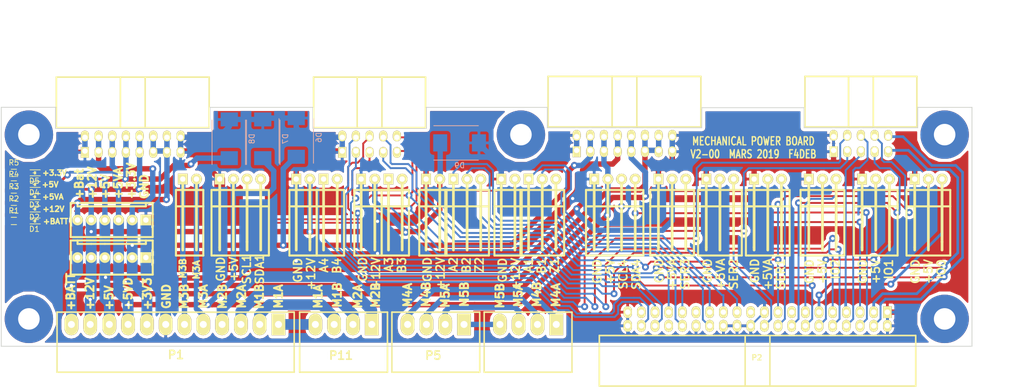
<source format=kicad_pcb>
(kicad_pcb (version 4) (host pcbnew 4.0.5+dfsg1-4)
  (title_block (title "MECHANICAL POWER BOARD") (date 2018-01-20) (rev V1-01) (company F4DEB))
  (layers (0 F.Cu signal) (31 B.Cu signal) (34 B.Paste user) (35 F.Paste user) (36 B.SilkS user) (37 F.SilkS user) (38 B.Mask user) (39 F.Mask user) (44 Edge.Cuts user))
  (net 0 "")
  (net 1 +12V)
  (net 2 +15V)
  (net 3 +5V)
  (net 4 +5VD)
  (net 5 /A1)
  (net 6 /A2)
  (net 7 /B1)
  (net 8 /B2)
  (net 9 /IO0)
  (net 10 /IO1)
  (net 11 /IO2)
  (net 12 /IRQ0)
  (net 13 /IRQ2)
  (net 14 /M1A)
  (net 15 /M1B)
  (net 16 /M2A)
  (net 17 /M2B)
  (net 18 /M3A)
  (net 19 /M3B)
  (net 20 /RST)
  (net 21 /RX1)
  (net 22 /RX2)
  (net 23 /RX3)
  (net 24 /SERV1)
  (net 25 /SERV2)
  (net 26 /SERV3)
  (net 27 /TX1)
  (net 28 /TX2)
  (net 29 /TX3)
  (net 30 /Z1)
  (net 31 /Z2)
  (net 32 GND)
  (net 33 "Net-(D1-Pad2)")
  (net 34 "Net-(D2-Pad2)")
  (net 35 "Net-(D3-Pad2)")
  (net 36 "Net-(D4-Pad2)")
  (net 37 +3V3)
  (net 38 "Net-(D5-Pad2)")
  (net 39 "Net-(K1-Pad1)")
  (net 40 "Net-(K2-Pad1)")
  (net 41 "Net-(K3-Pad1)")
  (net 42 "Net-(K6-Pad1)")
  (net 43 "Net-(K8-Pad1)")
  (net 44 /SDA1)
  (net 45 /SCL1)
  (net 46 /SDA4)
  (net 47 /SCL4)
  (net 48 /M5B)
  (net 49 /M5A)
  (net 50 /M4B)
  (net 51 /M4A)
  (net 52 /A4)
  (net 53 /B4)
  (net 54 /A3)
  (net 55 /B3)
  (module f4deb-mod-library:KK-6 (layer F.Cu) (at 81.28 99.06)
    (fp_text reference P12 hide)
    (fp_text value CONN_6 hide)
    (pad 5 thru_hole circle (at -3.81 0) (size 1.99898 1.99898) (drill 1.00076) (layers *.Cu *.Mask F.SilkS) (net 1 +12V))
    (pad 1 thru_hole rect (at 6.35 0) (size 1.99898 1.99898) (drill 1.00076) (layers *.Cu *.Mask F.SilkS) (net 32 GND))
    (pad 2 thru_hole circle (at 3.81 0) (size 1.99898 1.99898) (drill 1.00076) (layers *.Cu *.Mask F.SilkS) (net 37 +3V3))
    (pad 3 thru_hole circle (at 1.27 0) (size 1.99898 1.99898) (drill 1.00076) (layers *.Cu *.Mask F.SilkS) (net 4 +5VD))
    (pad 4 thru_hole circle (at -1.27 0) (size 1.99898 1.99898) (drill 1.00076) (layers *.Cu *.Mask F.SilkS) (net 3 +5V))
    (pad 6 thru_hole circle (at -6.35 0) (size 1.99898 1.99898) (drill 1.00076) (layers *.Cu *.Mask F.SilkS) (net 2 +15V))
  )
  (module vasch_strip_20x2_90 (layer F.Cu) (at 201.295 122.555 180)
    (fp_text reference P2 (at 0.127 -2.0955 180) (layer F.SilkS) (effects (font (thickness 0.2032))))
    (fp_text value HE10-40 hide)
    (pad 37 thru_hole oval (at 21.59 6.35 180) (size 1.6 2.2) (drill 1) (layers *.Cu *.Mask F.SilkS) (net 52 /A4))
    (pad 38 thru_hole oval (at 21.59 3.81 180) (size 1.6 2.2) (drill 1) (layers *.Cu *.Mask F.SilkS) (net 53 /B4))
    (pad 40 thru_hole oval (at 24.13 3.81 180) (size 1.6 2.2) (drill 1) (layers *.Cu *.Mask F.SilkS) (net 32 GND))
    (pad 39 thru_hole oval (at 24.13 6.35 180) (size 1.6 2.2) (drill 1) (layers *.Cu *.Mask F.SilkS) (net 32 GND))
    (pad 35 thru_hole oval (at 19.05 6.35 180) (size 1.6 2.2) (drill 1) (layers *.Cu *.Mask F.SilkS) (net 54 /A3))
    (pad 36 thru_hole oval (at 19.05 3.81 180) (size 1.6 2.2) (drill 1) (layers *.Cu *.Mask F.SilkS) (net 55 /B3))
    (pad 34 thru_hole oval (at 16.51 3.81 180) (size 1.6 2.2) (drill 1) (layers *.Cu *.Mask F.SilkS))
    (pad 33 thru_hole oval (at 16.51 6.35 180) (size 1.6 2.2) (drill 1) (layers *.Cu *.Mask F.SilkS) (net 31 /Z2))
    (pad 31 thru_hole oval (at 13.97 6.35 180) (size 1.6 2.2) (drill 1) (layers *.Cu *.Mask F.SilkS) (net 6 /A2))
    (pad 32 thru_hole oval (at 13.97 3.81 180) (size 1.6 2.2) (drill 1) (layers *.Cu *.Mask F.SilkS) (net 8 /B2))
    (pad 27 thru_hole oval (at 8.89 6.35 180) (size 1.6 2.2) (drill 1) (layers *.Cu *.Mask F.SilkS) (net 7 /B1))
    (pad 28 thru_hole oval (at 8.89 3.81 180) (size 1.6 2.2) (drill 1) (layers *.Cu *.Mask F.SilkS) (net 30 /Z1))
    (pad 30 thru_hole oval (at 11.43 3.81 180) (size 1.6 2.2) (drill 1) (layers *.Cu *.Mask F.SilkS) (net 32 GND))
    (pad 29 thru_hole oval (at 11.43 6.35 180) (size 1.6 2.2) (drill 1) (layers *.Cu *.Mask F.SilkS))
    (pad 25 thru_hole oval (at 6.35 6.35 180) (size 1.6 2.2) (drill 1) (layers *.Cu *.Mask F.SilkS) (net 5 /A1))
    (pad 26 thru_hole oval (at 6.35 3.81 180) (size 1.6 2.2) (drill 1) (layers *.Cu *.Mask F.SilkS) (net 32 GND))
    (pad 24 thru_hole oval (at 3.81 3.81 180) (size 1.6 2.2) (drill 1) (layers *.Cu *.Mask F.SilkS) (net 32 GND))
    (pad 23 thru_hole oval (at 3.81 6.35 180) (size 1.6 2.2) (drill 1) (layers *.Cu *.Mask F.SilkS) (net 26 /SERV3))
    (pad 21 thru_hole oval (at 1.27 6.35 180) (size 1.6 2.2) (drill 1) (layers *.Cu *.Mask F.SilkS))
    (pad 22 thru_hole oval (at 1.27 3.81 180) (size 1.6 2.2) (drill 1) (layers *.Cu *.Mask F.SilkS) (net 32 GND))
    (pad 20 thru_hole oval (at -1.27 3.81 180) (size 1.6 2.2) (drill 1) (layers *.Cu *.Mask F.SilkS) (net 25 /SERV2))
    (pad 19 thru_hole oval (at -1.27 6.35 180) (size 1.6 2.2) (drill 1) (layers *.Cu *.Mask F.SilkS) (net 32 GND))
    (pad 17 thru_hole oval (at -3.81 6.35 180) (size 1.6 2.2) (drill 1) (layers *.Cu *.Mask F.SilkS) (net 20 /RST))
    (pad 18 thru_hole oval (at -3.81 3.81 180) (size 1.6 2.2) (drill 1) (layers *.Cu *.Mask F.SilkS) (net 24 /SERV1))
    (pad 16 thru_hole oval (at -6.35 3.81 180) (size 1.6 2.2) (drill 1) (layers *.Cu *.Mask F.SilkS) (net 12 /IRQ0))
    (pad 15 thru_hole oval (at -6.35 6.35 180) (size 1.6 2.2) (drill 1) (layers *.Cu *.Mask F.SilkS))
    (pad 13 thru_hole oval (at -8.89 6.35 180) (size 1.6 2.2) (drill 1) (layers *.Cu *.Mask F.SilkS) (net 11 /IO2))
    (pad 14 thru_hole oval (at -8.89 3.81 180) (size 1.6 2.2) (drill 1) (layers *.Cu *.Mask F.SilkS) (net 13 /IRQ2))
    (pad 12 thru_hole oval (at -11.43 3.81 180) (size 1.6 2.2) (drill 1) (layers *.Cu *.Mask F.SilkS) (net 10 /IO1))
    (pad 11 thru_hole oval (at -11.43 6.35 180) (size 1.6 2.2) (drill 1) (layers *.Cu *.Mask F.SilkS) (net 9 /IO0))
    (pad 9 thru_hole oval (at -13.97 6.35 180) (size 1.6 2.2) (drill 1) (layers *.Cu *.Mask F.SilkS) (net 22 /RX2))
    (pad 10 thru_hole oval (at -13.97 3.81 180) (size 1.6 2.2) (drill 1) (layers *.Cu *.Mask F.SilkS) (net 28 /TX2))
    (pad 8 thru_hole oval (at -16.51 3.81 180) (size 1.6 2.2) (drill 1) (layers *.Cu *.Mask F.SilkS) (net 27 /TX1))
    (pad 7 thru_hole oval (at -16.51 6.35 180) (size 1.6 2.2) (drill 1) (layers *.Cu *.Mask F.SilkS) (net 21 /RX1))
    (pad 1 thru_hole rect (at -24.13 6.35 180) (size 1.6 2.2) (drill 1) (layers *.Cu *.Mask F.SilkS) (net 32 GND))
    (pad 2 thru_hole oval (at -24.13 3.81 180) (size 1.6 2.2) (drill 1) (layers *.Cu *.Mask F.SilkS) (net 32 GND))
    (pad 3 thru_hole oval (at -21.59 6.35 180) (size 1.6 2.2) (drill 1) (layers *.Cu *.Mask F.SilkS) (net 44 /SDA1))
    (pad 4 thru_hole oval (at -21.59 3.81 180) (size 1.6 2.2) (drill 1) (layers *.Cu *.Mask F.SilkS) (net 45 /SCL1))
    (pad 5 thru_hole oval (at -19.05 6.35 180) (size 1.6 2.2) (drill 1) (layers *.Cu *.Mask F.SilkS) (net 46 /SDA4))
    (pad 6 thru_hole oval (at -19.05 3.81 180) (size 1.6 2.2) (drill 1) (layers *.Cu *.Mask F.SilkS) (net 47 /SCL4))
  )
  (module f4deb-mod-library:WEIDMULLER-SL-3.5-4-90G (layer F.Cu) (at 133.35 116.205)
    (fp_text reference P5 (at 7.6835 8.0645) (layer F.SilkS) (effects (font (thickness 0.3048))))
    (fp_text value CONN_4 hide)
    (pad 4 thru_hole oval (at 2.921 2.286) (size 2.54 4) (drill 1.30048) (layers *.Cu *.Mask F.SilkS) (net 51 /M4A))
    (pad 3 thru_hole oval (at 6.4135 2.286) (size 2.54 4) (drill 1.30048) (layers *.Cu *.Mask F.SilkS) (net 50 /M4B))
    (pad 2 thru_hole oval (at 9.906 2.286) (size 2.54 4) (drill 1.30048) (layers *.Cu *.Mask F.SilkS) (net 49 /M5A))
    (pad 1 thru_hole rect (at 13.3985 2.286) (size 2.54 4) (drill 1.30048) (layers *.Cu *.Mask F.SilkS) (net 48 /M5B))
  )
  (module LEDs:LED_0603 (layer F.Cu) (at 66.9036 99.2378 180)
    (fp_text reference D1 (at 0 -1.5 180) (layer F.SilkS))
    (fp_text value "Led Verte")
    (pad 2 smd rect (at 0.7493 0) (size 0.79756 0.79756) (layers F.Cu F.Paste F.Mask) (net 33 "Net-(D1-Pad2)"))
    (pad 1 smd rect (at -0.7493 0) (size 0.79756 0.79756) (layers F.Cu F.Paste F.Mask) (net 2 +15V))
  )
  (module LEDs:LED_0603 (layer F.Cu) (at 66.9036 97.0153 180)
    (fp_text reference D2 (at 0 -1.5 180) (layer F.SilkS))
    (fp_text value LED)
    (pad 2 smd rect (at 0.7493 0) (size 0.79756 0.79756) (layers F.Cu F.Paste F.Mask) (net 34 "Net-(D2-Pad2)"))
    (pad 1 smd rect (at -0.7493 0) (size 0.79756 0.79756) (layers F.Cu F.Paste F.Mask) (net 1 +12V))
  )
  (module LEDs:LED_0603 (layer F.Cu) (at 66.9036 94.7293 180)
    (fp_text reference D3 (at 0 -1.5 180) (layer F.SilkS))
    (fp_text value LED)
    (pad 2 smd rect (at 0.7493 0) (size 0.79756 0.79756) (layers F.Cu F.Paste F.Mask) (net 35 "Net-(D3-Pad2)"))
    (pad 1 smd rect (at -0.7493 0) (size 0.79756 0.79756) (layers F.Cu F.Paste F.Mask) (net 3 +5V))
  )
  (module LEDs:LED_0603 (layer F.Cu) (at 66.9036 92.4433 180)
    (fp_text reference D4 (at 0 -1.5 180) (layer F.SilkS))
    (fp_text value LED)
    (pad 2 smd rect (at 0.7493 0) (size 0.79756 0.79756) (layers F.Cu F.Paste F.Mask) (net 36 "Net-(D4-Pad2)"))
    (pad 1 smd rect (at -0.7493 0) (size 0.79756 0.79756) (layers F.Cu F.Paste F.Mask) (net 4 +5VD))
  )
  (module LEDs:LED_0603 (layer F.Cu) (at 66.9036 90.2843 180)
    (fp_text reference D5 (at 0 -1.5 180) (layer F.SilkS))
    (fp_text value LED)
    (pad 2 smd rect (at 0.7493 0) (size 0.79756 0.79756) (layers F.Cu F.Paste F.Mask) (net 38 "Net-(D5-Pad2)"))
    (pad 1 smd rect (at -0.7493 0) (size 0.79756 0.79756) (layers F.Cu F.Paste F.Mask) (net 37 +3V3))
  )
  (module Diodes_SMD:DO-214AB (layer B.Cu) (at 115.57 83.693 90)
    (fp_text reference D6 (at 0 4.2 90) (layer B.SilkS) (effects (justify mirror)))
    (fp_text value 3V6)
    (pad 2 smd rect (at 3.6 0 90) (size 2.6 3.2) (layers B.Cu B.Paste B.Mask) (net 32 GND))
    (pad 1 smd rect (at -3.6 0 90) (size 2.6 3.2) (layers B.Cu B.Paste B.Mask) (net 37 +3V3))
  )
  (module Diodes_SMD:DO-214AB (layer B.Cu) (at 109.347 83.947 90)
    (fp_text reference D7 (at 0 4.2 90) (layer B.SilkS) (effects (justify mirror)))
    (fp_text value 5V6)
    (pad 2 smd rect (at 3.6 0 90) (size 2.6 3.2) (layers B.Cu B.Paste B.Mask) (net 32 GND))
    (pad 1 smd rect (at -3.6 0 90) (size 2.6 3.2) (layers B.Cu B.Paste B.Mask) (net 4 +5VD))
  )
  (module Diodes_SMD:DO-214AB (layer B.Cu) (at 103.124 83.947 90)
    (fp_text reference D8 (at 0 4.2 90) (layer B.SilkS) (effects (justify mirror)))
    (fp_text value 5V6)
    (pad 2 smd rect (at 3.6 0 90) (size 2.6 3.2) (layers B.Cu B.Paste B.Mask) (net 32 GND))
    (pad 1 smd rect (at -3.6 0 90) (size 2.6 3.2) (layers B.Cu B.Paste B.Mask) (net 3 +5V))
  )
  (module Diodes_SMD:DO-214AB (layer B.Cu) (at 145.923 84.709)
    (fp_text reference D9 (at 0 4.2) (layer B.SilkS) (effects (justify mirror)))
    (fp_text value 13V)
    (pad 2 smd rect (at 3.6 0) (size 2.6 3.2) (layers B.Cu B.Paste B.Mask) (net 32 GND))
    (pad 1 smd rect (at -3.6 0) (size 2.6 3.2) (layers B.Cu B.Paste B.Mask) (net 1 +12V))
  )
  (module f4deb-mod-library:COLONETTE (layer F.Cu) (at 65.8876 83.1723)
    (fp_text reference K1 (at 0 0) (layer F.SilkS) (effects (font (thickness 0.3048))))
    (fp_text value COLONETTE hide)
    (pad 1 thru_hole circle (at 0 0) (size 8.99922 8.99922) (drill 4.0005) (layers *.Cu) (net 39 "Net-(K1-Pad1)"))
    (pad 1 thru_hole circle (at 0 0) (size 2 2) (drill 0.6) (layers *.Cu *.Mask F.SilkS) (net 39 "Net-(K1-Pad1)"))
  )
  (module f4deb-mod-library:COLONETTE (layer F.Cu) (at 157.3276 83.1723)
    (fp_text reference K2 (at 0 0) (layer F.SilkS) (effects (font (thickness 0.3048))))
    (fp_text value COLONETTE hide)
    (pad 1 thru_hole circle (at 0 0) (size 8.99922 8.99922) (drill 4.0005) (layers *.Cu) (net 40 "Net-(K2-Pad1)"))
    (pad 1 thru_hole circle (at 0 0) (size 2 2) (drill 0.6) (layers *.Cu *.Mask F.SilkS) (net 40 "Net-(K2-Pad1)"))
  )
  (module f4deb-mod-library:COLONETTE (layer F.Cu) (at 65.8876 117.4623)
    (fp_text reference K3 (at 0 0) (layer F.SilkS) (effects (font (thickness 0.3048))))
    (fp_text value COLONETTE hide)
    (pad 1 thru_hole circle (at 0 0) (size 8.99922 8.99922) (drill 4.0005) (layers *.Cu) (net 41 "Net-(K3-Pad1)"))
    (pad 1 thru_hole circle (at 0 0) (size 2 2) (drill 0.6) (layers *.Cu *.Mask F.SilkS) (net 41 "Net-(K3-Pad1)"))
  )
  (module f4deb-mod-library:COLONETTE (layer F.Cu) (at 236.0676 83.1723)
    (fp_text reference K6 (at 0 0) (layer F.SilkS) (effects (font (thickness 0.3048))))
    (fp_text value COLONETTE hide)
    (pad 1 thru_hole circle (at 0 0) (size 8.99922 8.99922) (drill 4.0005) (layers *.Cu) (net 42 "Net-(K6-Pad1)"))
    (pad 1 thru_hole circle (at 0 0) (size 2 2) (drill 0.6) (layers *.Cu *.Mask F.SilkS) (net 42 "Net-(K6-Pad1)"))
  )
  (module f4deb-mod-library:COLONETTE (layer F.Cu) (at 236.0676 117.4623)
    (fp_text reference K8 (at 0 0) (layer F.SilkS) (effects (font (thickness 0.3048))))
    (fp_text value COLONETTE hide)
    (pad 1 thru_hole circle (at 0 0) (size 8.99922 8.99922) (drill 4.0005) (layers *.Cu) (net 43 "Net-(K8-Pad1)"))
    (pad 1 thru_hole circle (at 0 0) (size 2 2) (drill 0.6) (layers *.Cu *.Mask F.SilkS) (net 43 "Net-(K8-Pad1)"))
  )
  (module f4deb-mod-library:WEIDMULLER-SL-3.5-12-90G (layer F.Cu) (at 71.12 116.205)
    (fp_text reference P1 (at 22.098 7.9375) (layer F.SilkS) (effects (font (thickness 0.3048))))
    (fp_text value CONN_12 hide)
    (pad 12 thru_hole oval (at 2.667 2.286) (size 2.54 4) (drill 1.30048) (layers *.Cu *.Mask F.SilkS) (net 2 +15V))
    (pad 11 thru_hole oval (at 6.1595 2.286) (size 2.54 4) (drill 1.30048) (layers *.Cu *.Mask F.SilkS) (net 1 +12V))
    (pad 10 thru_hole oval (at 9.7155 2.286) (size 2.54 4) (drill 1.30048) (layers *.Cu *.Mask F.SilkS) (net 3 +5V))
    (pad 9 thru_hole oval (at 13.208 2.286) (size 2.54 4) (drill 1.30048) (layers *.Cu *.Mask F.SilkS) (net 4 +5VD))
    (pad 8 thru_hole oval (at 16.7005 2.286) (size 2.54 4) (drill 1.30048) (layers *.Cu *.Mask F.SilkS) (net 37 +3V3))
    (pad 7 thru_hole oval (at 20.193 2.286) (size 2.54 4) (drill 1.30048) (layers *.Cu *.Mask F.SilkS) (net 32 GND))
    (pad 6 thru_hole oval (at 23.6855 2.286) (size 2.54 4) (drill 1.30048) (layers *.Cu *.Mask F.SilkS) (net 19 /M3B))
    (pad 5 thru_hole oval (at 27.178 2.286) (size 2.54 4) (drill 1.30048) (layers *.Cu *.Mask F.SilkS) (net 18 /M3A))
    (pad 4 thru_hole oval (at 30.6705 2.286) (size 2.54 4) (drill 1.30048) (layers *.Cu *.Mask F.SilkS) (net 17 /M2B))
    (pad 3 thru_hole oval (at 34.163 2.286) (size 2.54 4) (drill 1.30048) (layers *.Cu *.Mask F.SilkS) (net 16 /M2A))
    (pad 2 thru_hole oval (at 37.6555 2.286) (size 2.54 4) (drill 1.30048) (layers *.Cu *.Mask F.SilkS) (net 15 /M1B))
    (pad 1 thru_hole rect (at 41.148 2.286) (size 2.54 4) (drill 1.30048) (layers *.Cu *.Mask F.SilkS) (net 14 /M1A))
  )
  (module f4deb-mod-library:WEIDMULLER-SL-3.5-4-90G (layer F.Cu) (at 150.495 116.205)
    (fp_text reference P6 hide)
    (fp_text value CONN_4 hide)
    (pad 4 thru_hole oval (at 2.921 2.286) (size 2.54 4) (drill 1.30048) (layers *.Cu *.Mask F.SilkS) (net 48 /M5B))
    (pad 3 thru_hole oval (at 6.4135 2.286) (size 2.54 4) (drill 1.30048) (layers *.Cu *.Mask F.SilkS) (net 49 /M5A))
    (pad 2 thru_hole oval (at 9.906 2.286) (size 2.54 4) (drill 1.30048) (layers *.Cu *.Mask F.SilkS) (net 50 /M4B))
    (pad 1 thru_hole rect (at 13.3985 2.286) (size 2.54 4) (drill 1.30048) (layers *.Cu *.Mask F.SilkS) (net 51 /M4A))
  )
  (module f4deb-mod-library:WEIDMULLER-SL-3.5-4-90G (layer F.Cu) (at 116.205 116.205)
    (fp_text reference P11 (at 7.6835 8.0645) (layer F.SilkS) (effects (font (thickness 0.3048))))
    (fp_text value CONN_4 hide)
    (pad 4 thru_hole oval (at 2.921 2.286) (size 2.54 4) (drill 1.30048) (layers *.Cu *.Mask F.SilkS) (net 14 /M1A))
    (pad 3 thru_hole oval (at 6.4135 2.286) (size 2.54 4) (drill 1.30048) (layers *.Cu *.Mask F.SilkS) (net 15 /M1B))
    (pad 2 thru_hole oval (at 9.906 2.286) (size 2.54 4) (drill 1.30048) (layers *.Cu *.Mask F.SilkS) (net 16 /M2A))
    (pad 1 thru_hole rect (at 13.3985 2.286) (size 2.54 4) (drill 1.30048) (layers *.Cu *.Mask F.SilkS) (net 17 /M2B))
  )
  (module f4deb-mod-library:KK-6 (layer F.Cu) (at 81.28 106.045)
    (fp_text reference P13 hide)
    (fp_text value CONN_6 hide)
    (pad 5 thru_hole circle (at -3.81 0) (size 1.99898 1.99898) (drill 1.00076) (layers *.Cu *.Mask F.SilkS) (net 1 +12V))
    (pad 1 thru_hole rect (at 6.35 0) (size 1.99898 1.99898) (drill 1.00076) (layers *.Cu *.Mask F.SilkS) (net 32 GND))
    (pad 2 thru_hole circle (at 3.81 0) (size 1.99898 1.99898) (drill 1.00076) (layers *.Cu *.Mask F.SilkS) (net 37 +3V3))
    (pad 3 thru_hole circle (at 1.27 0) (size 1.99898 1.99898) (drill 1.00076) (layers *.Cu *.Mask F.SilkS) (net 4 +5VD))
    (pad 4 thru_hole circle (at -1.27 0) (size 1.99898 1.99898) (drill 1.00076) (layers *.Cu *.Mask F.SilkS) (net 3 +5V))
    (pad 6 thru_hole circle (at -6.35 0) (size 1.99898 1.99898) (drill 1.00076) (layers *.Cu *.Mask F.SilkS) (net 2 +15V))
  )
  (module w_conn_strip:vasch_strip_8x2_90 (layer F.Cu) (at 85.1916 79.8703)
    (fp_text reference P15 hide)
    (fp_text value CONN_8X2 hide)
    (pad 16 thru_hole oval (at 8.89 3.81) (size 1.5 2) (drill 1 (offset 0 -0.25)) (layers *.Cu *.Mask F.SilkS) (net 32 GND))
    (pad 15 thru_hole oval (at 8.89 6.35) (size 1.5 2) (drill 1 (offset 0 0.25)) (layers *.Cu *.Mask F.SilkS) (net 32 GND))
    (pad 13 thru_hole oval (at 6.35 6.35) (size 1.5 2) (drill 1 (offset 0 0.25)) (layers *.Cu *.Mask F.SilkS) (net 2 +15V))
    (pad 14 thru_hole oval (at 6.35 3.81) (size 1.5 2) (drill 1 (offset 0 -0.25)) (layers *.Cu *.Mask F.SilkS) (net 2 +15V))
    (pad 12 thru_hole oval (at 3.81 3.81) (size 1.5 2) (drill 1 (offset 0 -0.25)) (layers *.Cu *.Mask F.SilkS) (net 2 +15V))
    (pad 11 thru_hole oval (at 3.81 6.35) (size 1.5 2) (drill 1 (offset 0 0.25)) (layers *.Cu *.Mask F.SilkS) (net 2 +15V))
    (pad 9 thru_hole oval (at 1.27 6.35) (size 1.5 2) (drill 1 (offset 0 0.25)) (layers *.Cu *.Mask F.SilkS) (net 1 +12V))
    (pad 10 thru_hole oval (at 1.27 3.81) (size 1.5 2) (drill 1 (offset 0 -0.25)) (layers *.Cu *.Mask F.SilkS) (net 1 +12V))
    (pad 8 thru_hole oval (at -1.27 3.81) (size 1.5 2) (drill 1 (offset 0 -0.25)) (layers *.Cu *.Mask F.SilkS) (net 3 +5V))
    (pad 7 thru_hole oval (at -1.27 6.35) (size 1.5 2) (drill 1 (offset 0 0.25)) (layers *.Cu *.Mask F.SilkS) (net 3 +5V))
    (pad 1 thru_hole rect (at -8.89 6.35) (size 1.5 2) (drill 1 (offset 0 0.25)) (layers *.Cu *.Mask F.SilkS) (net 32 GND))
    (pad 2 thru_hole oval (at -8.89 3.81) (size 1.5 2) (drill 1 (offset 0 -0.25)) (layers *.Cu *.Mask F.SilkS) (net 32 GND))
    (pad 3 thru_hole oval (at -6.35 6.35) (size 1.5 2) (drill 1 (offset 0 0.25)) (layers *.Cu *.Mask F.SilkS) (net 37 +3V3))
    (pad 4 thru_hole oval (at -6.35 3.81) (size 1.5 2) (drill 1 (offset 0 -0.25)) (layers *.Cu *.Mask F.SilkS) (net 37 +3V3))
    (pad 5 thru_hole oval (at -3.81 6.35) (size 1.5 2) (drill 1 (offset 0 0.25)) (layers *.Cu *.Mask F.SilkS) (net 4 +5VD))
    (pad 6 thru_hole oval (at -3.81 3.81) (size 1.5 2) (drill 1 (offset 0 -0.25)) (layers *.Cu *.Mask F.SilkS) (net 4 +5VD))
  )
  (module w_conn_strip:vasch_strip_8x2_90 (layer F.Cu) (at 176.5681 79.7433)
    (fp_text reference P17 hide)
    (fp_text value CONN_8X2 hide)
    (pad 16 thru_hole oval (at 8.89 3.81) (size 1.5 2) (drill 1 (offset 0 -0.25)) (layers *.Cu *.Mask F.SilkS) (net 32 GND))
    (pad 15 thru_hole oval (at 8.89 6.35) (size 1.5 2) (drill 1 (offset 0 0.25)) (layers *.Cu *.Mask F.SilkS) (net 32 GND))
    (pad 13 thru_hole oval (at 6.35 6.35) (size 1.5 2) (drill 1 (offset 0 0.25)) (layers *.Cu *.Mask F.SilkS) (net 2 +15V))
    (pad 14 thru_hole oval (at 6.35 3.81) (size 1.5 2) (drill 1 (offset 0 -0.25)) (layers *.Cu *.Mask F.SilkS) (net 2 +15V))
    (pad 12 thru_hole oval (at 3.81 3.81) (size 1.5 2) (drill 1 (offset 0 -0.25)) (layers *.Cu *.Mask F.SilkS) (net 2 +15V))
    (pad 11 thru_hole oval (at 3.81 6.35) (size 1.5 2) (drill 1 (offset 0 0.25)) (layers *.Cu *.Mask F.SilkS) (net 2 +15V))
    (pad 9 thru_hole oval (at 1.27 6.35) (size 1.5 2) (drill 1 (offset 0 0.25)) (layers *.Cu *.Mask F.SilkS) (net 1 +12V))
    (pad 10 thru_hole oval (at 1.27 3.81) (size 1.5 2) (drill 1 (offset 0 -0.25)) (layers *.Cu *.Mask F.SilkS) (net 1 +12V))
    (pad 8 thru_hole oval (at -1.27 3.81) (size 1.5 2) (drill 1 (offset 0 -0.25)) (layers *.Cu *.Mask F.SilkS) (net 3 +5V))
    (pad 7 thru_hole oval (at -1.27 6.35) (size 1.5 2) (drill 1 (offset 0 0.25)) (layers *.Cu *.Mask F.SilkS) (net 3 +5V))
    (pad 1 thru_hole rect (at -8.89 6.35) (size 1.5 2) (drill 1 (offset 0 0.25)) (layers *.Cu *.Mask F.SilkS) (net 32 GND))
    (pad 2 thru_hole oval (at -8.89 3.81) (size 1.5 2) (drill 1 (offset 0 -0.25)) (layers *.Cu *.Mask F.SilkS) (net 32 GND))
    (pad 3 thru_hole oval (at -6.35 6.35) (size 1.5 2) (drill 1 (offset 0 0.25)) (layers *.Cu *.Mask F.SilkS) (net 37 +3V3))
    (pad 4 thru_hole oval (at -6.35 3.81) (size 1.5 2) (drill 1 (offset 0 -0.25)) (layers *.Cu *.Mask F.SilkS) (net 37 +3V3))
    (pad 5 thru_hole oval (at -3.81 6.35) (size 1.5 2) (drill 1 (offset 0 0.25)) (layers *.Cu *.Mask F.SilkS) (net 4 +5VD))
    (pad 6 thru_hole oval (at -3.81 3.81) (size 1.5 2) (drill 1 (offset 0 -0.25)) (layers *.Cu *.Mask F.SilkS) (net 4 +5VD))
  )
  (module w_conn_strip:vasch_strip_5x2_90 (layer F.Cu) (at 220.5101 79.7433)
    (fp_text reference P18 hide)
    (fp_text value CONN_5X2 hide)
    (pad 9 thru_hole oval (at 5.08 6.35) (size 1.5 2) (drill 1 (offset 0 0.25)) (layers *.Cu *.Mask F.SilkS) (net 44 /SDA1))
    (pad 10 thru_hole oval (at 5.08 3.81) (size 1.5 2) (drill 1 (offset 0 -0.25)) (layers *.Cu *.Mask F.SilkS) (net 45 /SCL1))
    (pad 8 thru_hole oval (at 2.54 3.81) (size 1.5 2) (drill 1 (offset 0 -0.25)) (layers *.Cu *.Mask F.SilkS) (net 20 /RST))
    (pad 7 thru_hole oval (at 2.54 6.35) (size 1.5 2) (drill 1 (offset 0 0.25)) (layers *.Cu *.Mask F.SilkS) (net 12 /IRQ0))
    (pad 1 thru_hole rect (at -5.08 6.35) (size 1.5 2) (drill 1 (offset 0 0.25)) (layers *.Cu *.Mask F.SilkS) (net 32 GND))
    (pad 2 thru_hole oval (at -5.08 3.81) (size 1.5 2) (drill 1 (offset 0 -0.25)) (layers *.Cu *.Mask F.SilkS) (net 32 GND))
    (pad 3 thru_hole oval (at -2.54 6.35) (size 1.5 2) (drill 1 (offset 0 0.25)) (layers *.Cu *.Mask F.SilkS) (net 29 /TX3))
    (pad 4 thru_hole oval (at -2.54 3.81) (size 1.5 2) (drill 1 (offset 0 -0.25)) (layers *.Cu *.Mask F.SilkS) (net 23 /RX3))
    (pad 5 thru_hole oval (at 0 6.35) (size 1.5 2) (drill 1 (offset 0 0.25)) (layers *.Cu *.Mask F.SilkS) (net 21 /RX1))
    (pad 6 thru_hole oval (at 0 3.81) (size 1.5 2) (drill 1 (offset 0 -0.25)) (layers *.Cu *.Mask F.SilkS) (net 27 /TX1))
  )
  (module w_conn_strip:vasch_strip_5x2_90 (layer F.Cu) (at 129.1971 79.8703)
    (fp_text reference P19 hide)
    (fp_text value CONN_5X2 hide)
    (pad 9 thru_hole oval (at 5.08 6.35) (size 1.5 2) (drill 1 (offset 0 0.25)) (layers *.Cu *.Mask F.SilkS) (net 44 /SDA1))
    (pad 10 thru_hole oval (at 5.08 3.81) (size 1.5 2) (drill 1 (offset 0 -0.25)) (layers *.Cu *.Mask F.SilkS) (net 45 /SCL1))
    (pad 8 thru_hole oval (at 2.54 3.81) (size 1.5 2) (drill 1 (offset 0 -0.25)) (layers *.Cu *.Mask F.SilkS) (net 20 /RST))
    (pad 7 thru_hole oval (at 2.54 6.35) (size 1.5 2) (drill 1 (offset 0 0.25)) (layers *.Cu *.Mask F.SilkS) (net 13 /IRQ2))
    (pad 1 thru_hole rect (at -5.08 6.35) (size 1.5 2) (drill 1 (offset 0 0.25)) (layers *.Cu *.Mask F.SilkS) (net 32 GND))
    (pad 2 thru_hole oval (at -5.08 3.81) (size 1.5 2) (drill 1 (offset 0 -0.25)) (layers *.Cu *.Mask F.SilkS) (net 32 GND))
    (pad 3 thru_hole oval (at -2.54 6.35) (size 1.5 2) (drill 1 (offset 0 0.25)) (layers *.Cu *.Mask F.SilkS) (net 23 /RX3))
    (pad 4 thru_hole oval (at -2.54 3.81) (size 1.5 2) (drill 1 (offset 0 -0.25)) (layers *.Cu *.Mask F.SilkS) (net 29 /TX3))
    (pad 5 thru_hole oval (at 0 6.35) (size 1.5 2) (drill 1 (offset 0 0.25)) (layers *.Cu *.Mask F.SilkS) (net 22 /RX2))
    (pad 6 thru_hole oval (at 0 3.81) (size 1.5 2) (drill 1 (offset 0 -0.25)) (layers *.Cu *.Mask F.SilkS) (net 28 /TX2))
  )
  (module Resistors_SMD:R_0603 (layer F.Cu) (at 63.0936 99.2378)
    (fp_text reference R1 (at 0 -1.9) (layer F.SilkS))
    (fp_text value 4.7k)
    (pad 1 smd rect (at -0.75 0) (size 0.5 0.9) (layers F.Cu F.Paste F.Mask) (net 32 GND))
    (pad 2 smd rect (at 0.75 0) (size 0.5 0.9) (layers F.Cu F.Paste F.Mask) (net 33 "Net-(D1-Pad2)"))
  )
  (module Resistors_SMD:R_0603 (layer F.Cu) (at 63.0936 97.0153)
    (fp_text reference R2 (at 0 -1.9) (layer F.SilkS))
    (fp_text value 4.7k)
    (pad 1 smd rect (at -0.75 0) (size 0.5 0.9) (layers F.Cu F.Paste F.Mask) (net 32 GND))
    (pad 2 smd rect (at 0.75 0) (size 0.5 0.9) (layers F.Cu F.Paste F.Mask) (net 34 "Net-(D2-Pad2)"))
  )
  (module Resistors_SMD:R_0603 (layer F.Cu) (at 63.0936 94.7293)
    (fp_text reference R3 (at 0 -1.9) (layer F.SilkS))
    (fp_text value 1.5k)
    (pad 1 smd rect (at -0.75 0) (size 0.5 0.9) (layers F.Cu F.Paste F.Mask) (net 32 GND))
    (pad 2 smd rect (at 0.75 0) (size 0.5 0.9) (layers F.Cu F.Paste F.Mask) (net 35 "Net-(D3-Pad2)"))
  )
  (module Resistors_SMD:R_0603 (layer F.Cu) (at 63.0936 92.4433)
    (fp_text reference R4 (at 0 -1.9) (layer F.SilkS))
    (fp_text value 1.5k)
    (pad 1 smd rect (at -0.75 0) (size 0.5 0.9) (layers F.Cu F.Paste F.Mask) (net 32 GND))
    (pad 2 smd rect (at 0.75 0) (size 0.5 0.9) (layers F.Cu F.Paste F.Mask) (net 36 "Net-(D4-Pad2)"))
  )
  (module f4deb-mod-library:KK-2-H (layer F.Cu) (at 142.24 91.44 180)
    (fp_text reference K21 hide)
    (fp_text value CONN_2 hide)
    (pad 1 thru_hole rect (at 2.54 0 180) (size 1.80086 1.99898) (drill 1) (layers *.Cu *.Mask F.SilkS) (net 32 GND))
    (pad 2 thru_hole circle (at 0 0 180) (size 1.99898 1.99898) (drill 1) (layers *.Cu *.Mask F.SilkS) (net 1 +12V))
  )
  (module f4deb-mod-library:KK-2-H (layer F.Cu) (at 156.21 91.44 180)
    (fp_text reference K22 hide)
    (fp_text value CONN_2 hide)
    (pad 1 thru_hole rect (at 2.54 0 180) (size 1.80086 1.99898) (drill 1) (layers *.Cu *.Mask F.SilkS) (net 32 GND))
    (pad 2 thru_hole circle (at 0 0 180) (size 1.99898 1.99898) (drill 1) (layers *.Cu *.Mask F.SilkS) (net 1 +12V))
  )
  (module f4deb-mod-library:KK-2-H (layer F.Cu) (at 130.175 91.44 180)
    (fp_text reference K14 hide)
    (fp_text value CONN_2 hide)
    (pad 1 thru_hole rect (at 2.54 0 180) (size 1.80086 1.99898) (drill 1) (layers *.Cu *.Mask F.SilkS) (net 32 GND))
    (pad 2 thru_hole circle (at 0 0 180) (size 1.99898 1.99898) (drill 1) (layers *.Cu *.Mask F.SilkS) (net 1 +12V))
  )
  (module f4deb-mod-library:KK-2-H (layer F.Cu) (at 123.19 91.44 180)
    (fp_text reference K12 hide)
    (fp_text value CONN_2 hide)
    (pad 1 thru_hole rect (at 2.54 0 180) (size 1.80086 1.99898) (drill 1) (layers *.Cu *.Mask F.SilkS) (net 52 /A4))
    (pad 2 thru_hole circle (at 0 0 180) (size 1.99898 1.99898) (drill 1) (layers *.Cu *.Mask F.SilkS) (net 53 /B4))
  )
  (module f4deb-mod-library:KK-2-H (layer F.Cu) (at 135.255 91.44 180)
    (fp_text reference K16 hide)
    (fp_text value CONN_2 hide)
    (pad 1 thru_hole rect (at 2.54 0 180) (size 1.80086 1.99898) (drill 1) (layers *.Cu *.Mask F.SilkS) (net 54 /A3))
    (pad 2 thru_hole circle (at 0 0 180) (size 1.99898 1.99898) (drill 1) (layers *.Cu *.Mask F.SilkS) (net 55 /B3))
  )
  (module f4deb-mod-library:KK-3-H (layer F.Cu) (at 152.4 91.44 180)
    (fp_text reference K24 hide)
    (fp_text value CONN_3 hide)
    (pad 1 thru_hole rect (at 7.62 0 180) (size 1.80086 1.99898) (drill 1.00076) (layers *.Cu *.Mask F.SilkS) (net 6 /A2))
    (pad 2 thru_hole circle (at 5.08 0 180) (size 1.99898 1.99898) (drill 1.00076) (layers *.Cu *.Mask F.SilkS) (net 8 /B2))
    (pad 3 thru_hole circle (at 2.54 0 180) (size 1.99898 1.99898) (drill 1.00076) (layers *.Cu *.Mask F.SilkS) (net 31 /Z2))
  )
  (module f4deb-mod-library:KK-2-H (layer F.Cu) (at 118.11 91.44 180)
    (fp_text reference K10 hide)
    (fp_text value CONN_2 hide)
    (pad 1 thru_hole rect (at 2.54 0 180) (size 1.80086 1.99898) (drill 1) (layers *.Cu *.Mask F.SilkS) (net 32 GND))
    (pad 2 thru_hole circle (at 0 0 180) (size 1.99898 1.99898) (drill 1) (layers *.Cu *.Mask F.SilkS) (net 1 +12V))
  )
  (module f4deb-mod-library:KK-3-H (layer F.Cu) (at 190.5 91.44 180)
    (fp_text reference K19 hide)
    (fp_text value CONN_3 hide)
    (pad 1 thru_hole rect (at 7.62 0 180) (size 1.80086 1.99898) (drill 1.00076) (layers *.Cu *.Mask F.SilkS) (net 32 GND))
    (pad 2 thru_hole circle (at 5.08 0 180) (size 1.99898 1.99898) (drill 1.00076) (layers *.Cu *.Mask F.SilkS) (net 3 +5V))
    (pad 3 thru_hole circle (at 2.54 0 180) (size 1.99898 1.99898) (drill 1.00076) (layers *.Cu *.Mask F.SilkS) (net 26 /SERV3))
  )
  (module f4deb-mod-library:KK-3-H (layer F.Cu) (at 199.39 91.44 180)
    (fp_text reference K17 hide)
    (fp_text value CONN_3 hide)
    (pad 1 thru_hole rect (at 7.62 0 180) (size 1.80086 1.99898) (drill 1.00076) (layers *.Cu *.Mask F.SilkS) (net 32 GND))
    (pad 2 thru_hole circle (at 5.08 0 180) (size 1.99898 1.99898) (drill 1.00076) (layers *.Cu *.Mask F.SilkS) (net 3 +5V))
    (pad 3 thru_hole circle (at 2.54 0 180) (size 1.99898 1.99898) (drill 1.00076) (layers *.Cu *.Mask F.SilkS) (net 25 /SERV2))
  )
  (module f4deb-mod-library:KK-3-H (layer F.Cu) (at 208.28 91.44 180)
    (fp_text reference K15 hide)
    (fp_text value CONN_3 hide)
    (pad 1 thru_hole rect (at 7.62 0 180) (size 1.80086 1.99898) (drill 1.00076) (layers *.Cu *.Mask F.SilkS) (net 32 GND))
    (pad 2 thru_hole circle (at 5.08 0 180) (size 1.99898 1.99898) (drill 1.00076) (layers *.Cu *.Mask F.SilkS) (net 3 +5V))
    (pad 3 thru_hole circle (at 2.54 0 180) (size 1.99898 1.99898) (drill 1.00076) (layers *.Cu *.Mask F.SilkS) (net 24 /SERV1))
  )
  (module f4deb-mod-library:KK-3-H (layer F.Cu) (at 218.44 91.44 180)
    (fp_text reference K13 hide)
    (fp_text value CONN_3 hide)
    (pad 1 thru_hole rect (at 7.62 0 180) (size 1.80086 1.99898) (drill 1.00076) (layers *.Cu *.Mask F.SilkS) (net 32 GND))
    (pad 2 thru_hole circle (at 5.08 0 180) (size 1.99898 1.99898) (drill 1.00076) (layers *.Cu *.Mask F.SilkS) (net 3 +5V))
    (pad 3 thru_hole circle (at 2.54 0 180) (size 1.99898 1.99898) (drill 1.00076) (layers *.Cu *.Mask F.SilkS) (net 11 /IO2))
  )
  (module f4deb-mod-library:KK-3-H (layer F.Cu) (at 228.346 91.44 180)
    (fp_text reference K11 hide)
    (fp_text value CONN_3 hide)
    (pad 1 thru_hole rect (at 7.62 0 180) (size 1.80086 1.99898) (drill 1.00076) (layers *.Cu *.Mask F.SilkS) (net 32 GND))
    (pad 2 thru_hole circle (at 5.08 0 180) (size 1.99898 1.99898) (drill 1.00076) (layers *.Cu *.Mask F.SilkS) (net 3 +5V))
    (pad 3 thru_hole circle (at 2.54 0 180) (size 1.99898 1.99898) (drill 1.00076) (layers *.Cu *.Mask F.SilkS) (net 10 /IO1))
  )
  (module f4deb-mod-library:KK-3-H (layer F.Cu) (at 238.125 91.44 180)
    (fp_text reference K9 hide)
    (fp_text value CONN_3 hide)
    (pad 1 thru_hole rect (at 7.62 0 180) (size 1.80086 1.99898) (drill 1.00076) (layers *.Cu *.Mask F.SilkS) (net 32 GND))
    (pad 2 thru_hole circle (at 5.08 0 180) (size 1.99898 1.99898) (drill 1.00076) (layers *.Cu *.Mask F.SilkS) (net 3 +5V))
    (pad 3 thru_hole circle (at 2.54 0 180) (size 1.99898 1.99898) (drill 1.00076) (layers *.Cu *.Mask F.SilkS) (net 9 /IO0))
  )
  (module Resistors_SMD:R_0603 (layer F.Cu) (at 63.0936 90.2843)
    (fp_text reference R5 (at 0 -1.9) (layer F.SilkS))
    (fp_text value 680)
    (pad 1 smd rect (at -0.75 0) (size 0.5 0.9) (layers F.Cu F.Paste F.Mask) (net 32 GND))
    (pad 2 smd rect (at 0.75 0) (size 0.5 0.9) (layers F.Cu F.Paste F.Mask) (net 38 "Net-(D5-Pad2)"))
  )
  (module f4deb-mod-library:KK-3-H (layer F.Cu) (at 166.37 91.44 180)
    (fp_text reference K23 hide)
    (fp_text value CONN_3 hide)
    (pad 1 thru_hole rect (at 7.62 0 180) (size 1.80086 1.99898) (drill 1.00076) (layers *.Cu *.Mask F.SilkS) (net 5 /A1))
    (pad 2 thru_hole circle (at 5.08 0 180) (size 1.99898 1.99898) (drill 1.00076) (layers *.Cu *.Mask F.SilkS) (net 7 /B1))
    (pad 3 thru_hole circle (at 2.54 0 180) (size 1.99898 1.99898) (drill 1.00076) (layers *.Cu *.Mask F.SilkS) (net 30 /Z1))
  )
  (module f4deb-mod-library:KK-4-H (layer F.Cu) (at 108.966 91.44 180)
    (fp_text reference P3 hide)
    (fp_text value CONN_4 hide)
    (pad 1 thru_hole rect (at 7.62 0 180) (size 1.80086 1.99898) (drill 1.00076) (layers *.Cu *.Mask F.SilkS) (net 32 GND))
    (pad 2 thru_hole circle (at 5.08 0 180) (size 1.99898 1.99898) (drill 1.00076) (layers *.Cu *.Mask F.SilkS) (net 4 +5VD))
    (pad 3 thru_hole circle (at 2.54 0 180) (size 1.99898 1.99898) (drill 1.00076) (layers *.Cu *.Mask F.SilkS) (net 45 /SCL1))
    (pad 4 thru_hole circle (at 0 0 180) (size 1.99898 1.99898) (drill 1.00076) (layers *.Cu *.Mask F.SilkS) (net 44 /SDA1))
  )
  (module f4deb-mod-library:KK-4-H (layer F.Cu) (at 178.562 91.44 180)
    (fp_text reference P4 hide)
    (fp_text value CONN_4 hide)
    (pad 1 thru_hole rect (at 7.62 0 180) (size 1.80086 1.99898) (drill 1.00076) (layers *.Cu *.Mask F.SilkS) (net 32 GND))
    (pad 2 thru_hole circle (at 5.08 0 180) (size 1.99898 1.99898) (drill 1.00076) (layers *.Cu *.Mask F.SilkS) (net 4 +5VD))
    (pad 3 thru_hole circle (at 2.54 0 180) (size 1.99898 1.99898) (drill 1.00076) (layers *.Cu *.Mask F.SilkS) (net 47 /SCL4))
    (pad 4 thru_hole circle (at 0 0 180) (size 1.99898 1.99898) (drill 1.00076) (layers *.Cu *.Mask F.SilkS) (net 46 /SDA4))
  )
  (module f4deb-mod-library:KK-2-H (layer F.Cu) (at 97.028 91.44 180)
    (fp_text reference P10 hide)
    (fp_text value CONN_4 hide)
    (pad 1 thru_hole rect (at 2.54 0 180) (size 1.80086 1.99898) (drill 1) (layers *.Cu *.Mask F.SilkS) (net 19 /M3B))
    (pad 2 thru_hole circle (at 0 0 180) (size 1.99898 1.99898) (drill 1) (layers *.Cu *.Mask F.SilkS) (net 18 /M3A))
  )
  (gr_text M4A (at 163.83 113.03 90) (layer F.SilkS) (effects (font (size 1.5 1.5) (thickness 0.375))))
  (gr_text M4B (at 160.274 112.903 90) (layer F.SilkS) (effects (font (size 1.5 1.5) (thickness 0.375))))
  (gr_text M5A (at 156.845 113.03 90) (layer F.SilkS) (effects (font (size 1.5 1.5) (thickness 0.375))))
  (gr_text M5B (at 153.416 113.157 90) (layer F.SilkS) (effects (font (size 1.5 1.5) (thickness 0.375))))
  (gr_text M5B (at 146.812 112.903 90) (layer F.SilkS) (effects (font (size 1.5 1.5) (thickness 0.375))))
  (gr_text M5A (at 143.256 113.157 90) (layer F.SilkS) (effects (font (size 1.5 1.5) (thickness 0.375))))
  (gr_text M4B (at 139.7 112.903 90) (layer F.SilkS) (effects (font (size 1.5 1.5) (thickness 0.375))))
  (gr_text M4A (at 136.271 113.03 90) (layer F.SilkS) (effects (font (size 1.5 1.5) (thickness 0.375))))
  (gr_text "GND\n+5V\nSCL4\nSDA4" (at 175.133 106.172 90) (layer F.SilkS) (effects (font (size 1.5 1.5) (thickness 0.3)) (justify right)))
  (gr_text "GND\n+12V\nA1\nB1\nZ1" (at 158.75 105.918 90) (layer F.SilkS) (effects (font (size 1.5 1.5) (thickness 0.3)) (justify right)))
  (gr_text "GND\n+12V\nA2\nB2\nZ2" (at 144.78 105.791 90) (layer F.SilkS) (effects (font (size 1.5 1.5) (thickness 0.3)) (justify right)))
  (gr_text "GND\n+12V\nA3\nB3" (at 131.572 105.791 90) (layer F.SilkS) (effects (font (size 1.5 1.5) (thickness 0.3)) (justify right)))
  (gr_text "GND\n+12V\nA4\nB4" (at 119.507 105.918 90) (layer F.SilkS) (effects (font (size 1.5 1.5) (thickness 0.3)) (justify right)))
  (gr_text "GND\n+5V\nSCL1\nSDA1" (at 105.156 108.204 90) (layer F.SilkS) (effects (font (size 1.5 1.5) (thickness 0.3))))
  (gr_text M3A (at 97.028 108.331 90) (layer F.SilkS) (effects (font (size 1.2 1.2) (thickness 0.3))))
  (gr_text M3B (at 94.488 108.077 90) (layer F.SilkS) (effects (font (size 1.2 1.2) (thickness 0.3))))
  (gr_text "+Bat\n+12V\n+5V\n+5VA\n+3.3V\nGND" (at 81.28 95.377 90) (layer F.SilkS) (effects (font (size 1.5 1.5) (thickness 0.375)) (justify left)))
  (gr_text M1A (at 112.268 113.284 90) (layer F.SilkS) (effects (font (size 1.5 1.5) (thickness 0.375))))
  (gr_text M1B (at 108.712 113.284 90) (layer F.SilkS) (effects (font (size 1.5 1.5) (thickness 0.375))))
  (gr_text M2A (at 105.41 113.284 90) (layer F.SilkS) (effects (font (size 1.5 1.5) (thickness 0.375))))
  (gr_text M2B (at 101.854 113.284 90) (layer F.SilkS) (effects (font (size 1.5 1.5) (thickness 0.375))))
  (gr_text M3A (at 98.298 113.284 90) (layer F.SilkS) (effects (font (size 1.5 1.5) (thickness 0.375))))
  (gr_text M3B (at 94.742 113.284 90) (layer F.SilkS) (effects (font (size 1.5 1.5) (thickness 0.375))))
  (gr_text GND (at 91.44 113.284 90) (layer F.SilkS) (effects (font (size 1.5 1.5) (thickness 0.375))))
  (gr_text +3V3 (at 87.884 112.776 90) (layer F.SilkS) (effects (font (size 1.5 1.5) (thickness 0.375))))
  (gr_text +5VD (at 84.328 112.776 90) (layer F.SilkS) (effects (font (size 1.5 1.5) (thickness 0.375))))
  (gr_text +5V (at 80.772 113.538 90) (layer F.SilkS) (effects (font (size 1.5 1.5) (thickness 0.375))))
  (gr_text +12V (at 77.216 112.776 90) (layer F.SilkS) (effects (font (size 1.5 1.5) (thickness 0.375))))
  (gr_text +BATT (at 73.66 112.395 90) (layer F.SilkS) (effects (font (size 1.5 1.5) (thickness 0.375))))
  (gr_text "GND\n+5VA\nSER2" (at 194.437 106.045 90) (layer F.SilkS) (effects (font (size 1.5 1.5) (thickness 0.3)) (justify right)))
  (gr_text "GND\n+5VA\nSER1" (at 203.2 106.045 90) (layer F.SilkS) (effects (font (size 1.5 1.5) (thickness 0.3)) (justify right)))
  (gr_text "GND\n+5VA\nSER3" (at 185.42 106.045 90) (layer F.SilkS) (effects (font (size 1.5 1.5) (thickness 0.3)) (justify right)))
  (gr_text "GND\n+5V\nIO0" (at 233.045 106.172 90) (layer F.SilkS) (effects (font (size 1.5 1.5) (thickness 0.3)) (justify right)))
  (gr_text "GND\n+5V\nIO1" (at 223.266 106.172 90) (layer F.SilkS) (effects (font (size 1.5 1.5) (thickness 0.3)) (justify right)))
  (gr_text "GND\n+5V\nIO2" (at 213.36 106.172 90) (layer F.SilkS) (effects (font (size 1.5 1.5) (thickness 0.3)) (justify right)))
  (gr_line (start 231.0638 78.105) (end 241.1476 78.105) (angle 90) (layer Edge.Cuts) (width 0.15))
  (gr_line (start 231.0638 81.8896) (end 231.0638 78.105) (angle 90) (layer Edge.Cuts) (width 0.15))
  (gr_line (start 209.9564 81.8896) (end 231.0638 81.8896) (angle 90) (layer Edge.Cuts) (width 0.15))
  (gr_line (start 209.9564 78.1558) (end 209.9564 81.8896) (angle 90) (layer Edge.Cuts) (width 0.15))
  (gr_line (start 190.9318 78.1558) (end 209.9564 78.1558) (angle 90) (layer Edge.Cuts) (width 0.15))
  (gr_line (start 190.9318 81.8896) (end 190.9318 78.1558) (angle 90) (layer Edge.Cuts) (width 0.15))
  (gr_line (start 162.2298 81.8896) (end 190.9318 81.8896) (angle 90) (layer Edge.Cuts) (width 0.15))
  (gr_line (start 162.2298 78.105) (end 162.2298 81.8896) (angle 90) (layer Edge.Cuts) (width 0.15))
  (gr_line (start 139.7508 78.105) (end 162.2298 78.105) (angle 90) (layer Edge.Cuts) (width 0.15))
  (gr_line (start 139.7508 82.0166) (end 139.7508 78.105) (angle 90) (layer Edge.Cuts) (width 0.15))
  (gr_line (start 118.6688 82.0166) (end 139.7508 82.0166) (angle 90) (layer Edge.Cuts) (width 0.15))
  (gr_line (start 118.6688 78.105) (end 118.6688 82.0166) (angle 90) (layer Edge.Cuts) (width 0.15))
  (gr_line (start 99.5426 78.105) (end 118.6688 78.105) (angle 90) (layer Edge.Cuts) (width 0.15))
  (gr_line (start 99.5426 82.0166) (end 99.5426 78.105) (angle 90) (layer Edge.Cuts) (width 0.15))
  (gr_line (start 70.8406 82.0166) (end 99.5426 82.0166) (angle 90) (layer Edge.Cuts) (width 0.15))
  (gr_line (start 70.8406 78.0796) (end 70.8406 82.0166) (angle 90) (layer Edge.Cuts) (width 0.15))
  (gr_line (start 60.7568 78.0796) (end 70.8406 78.0796) (angle 90) (layer Edge.Cuts) (width 0.15))
  (gr_line (start 60.7568 122.555) (end 60.7568 78.0796) (angle 90) (layer Edge.Cuts) (width 0.15))
  (gr_line (start 241.1476 122.555) (end 60.7568 122.555) (angle 90) (layer Edge.Cuts) (width 0.15))
  (gr_line (start 241.1476 78.105) (end 241.1476 122.555) (angle 90) (layer Edge.Cuts) (width 0.15))
  (gr_text +3.3V (at 70.6501 90.2843) (layer F.SilkS) (effects (font (size 1 1) (thickness 0.25))))
  (gr_text +5V (at 69.85 92.456) (layer F.SilkS) (effects (font (size 1 1) (thickness 0.25))))
  (gr_text +5VA (at 70.358 94.742) (layer F.SilkS) (effects (font (size 1 1) (thickness 0.25))))
  (gr_text +12V (at 70.4596 97.0153) (layer F.SilkS) (effects (font (size 1 1) (thickness 0.25))))
  (gr_text M1A (at 119.634 113.284 90) (layer F.SilkS) (effects (font (size 1.5 1.5) (thickness 0.375))))
  (gr_text M1B (at 123.19 113.03 90) (layer F.SilkS) (effects (font (size 1.5 1.5) (thickness 0.375))))
  (gr_text M2A (at 127 113.284 90) (layer F.SilkS) (effects (font (size 1.5 1.5) (thickness 0.375))))
  (gr_text M2B (at 130.302 113.03 90) (layer F.SilkS) (effects (font (size 1.5 1.5) (thickness 0.375))))
  (gr_text +BATT (at 70.866 99.314) (layer F.SilkS) (effects (font (size 1 1) (thickness 0.25))))
  (gr_text "MECHANICAL POWER BOARD\nV2-00  MARS 2019  F4DEB" (at 200.533 85.598) (layer F.SilkS) (effects (font (size 1.5 1.1) (thickness 0.25))))
  (segment (start 135.89 101.346) (end 136.271 101.346) (width 1) (layer F.Cu) (net 1))
  (segment (start 136.398 101.219) (end 135.89 101.346) (width 1) (layer F.Cu) (net 1))
  (segment (start 136.271 101.346) (end 136.398 101.219) (width 1) (layer F.Cu) (net 1))
  (segment (start 130.175 91.44) (end 130.175 95.631) (width 1) (layer B.Cu) (net 1))
  (via (at 135.89 101.346) (size 1.3) (drill 0.6) (layers F.Cu B.Cu) (net 1))
  (segment (start 130.175 95.631) (end 135.89 101.346) (width 1) (layer B.Cu) (net 1))
  (segment (start 135.89 101.346) (end 135.89 101.219) (width 1) (layer F.Cu) (net 1))
  (segment (start 135.89 101.219) (end 135.89 101.346) (width 1) (layer F.Cu) (net 1))
  (segment (start 135.89 101.346) (end 135.89 101.219) (width 1) (layer F.Cu) (net 1))
  (segment (start 180.467 91.821) (end 180.467 94.615) (width 1) (layer B.Cu) (net 1))
  (segment (start 174.371 94.869) (end 173.101 96.139) (width 1) (layer F.Cu) (net 1))
  (segment (start 180.213 94.869) (end 174.371 94.869) (width 1) (layer F.Cu) (net 1))
  (segment (start 180.467 94.615) (end 180.213 94.869) (width 1) (layer F.Cu) (net 1))
  (via (at 180.467 94.615) (size 1.3) (drill 0.6) (layers F.Cu B.Cu) (net 1))
  (segment (start 156.464 112.776) (end 153.797 112.776) (width 1) (layer F.Cu) (net 1))
  (segment (start 173.101 96.139) (end 156.464 112.776) (width 1) (layer F.Cu) (net 1))
  (segment (start 142.323 84.709) (end 142.323 91.357) (width 1) (layer B.Cu) (net 1))
  (segment (start 142.323 91.357) (end 142.24 91.44) (width 1) (layer B.Cu) (net 1))
  (segment (start 118.11 91.44) (end 118.11 101.219) (width 1) (layer B.Cu) (net 1))
  (via (at 118.11 101.219) (size 1.3) (drill 0.6) (layers F.Cu B.Cu) (net 1))
  (segment (start 142.24 91.44) (end 142.24 96.266) (width 1) (layer F.Cu) (net 1))
  (via (at 77.47 101.219) (size 1.3) (drill 0.6) (layers F.Cu B.Cu) (net 1))
  (segment (start 138.176 101.219) (end 135.89 101.219) (width 1) (layer F.Cu) (net 1))
  (segment (start 135.89 101.219) (end 131.064 101.219) (width 1) (layer F.Cu) (net 1))
  (segment (start 131.064 101.219) (end 118.11 101.219) (width 1) (layer F.Cu) (net 1))
  (segment (start 118.11 101.219) (end 77.47 101.219) (width 1) (layer F.Cu) (net 1))
  (segment (start 142.24 97.155) (end 138.176 101.219) (width 1) (layer F.Cu) (net 1))
  (segment (start 142.24 96.266) (end 142.24 97.155) (width 1) (layer F.Cu) (net 1))
  (segment (start 156.21 91.44) (end 156.21 92.837) (width 0.35) (layer F.Cu) (net 1))
  (segment (start 142.24 93.599) (end 142.24 91.44) (width 0.35) (layer F.Cu) (net 1))
  (segment (start 155.448 93.599) (end 142.24 93.599) (width 0.35) (layer F.Cu) (net 1))
  (segment (start 156.21 92.837) (end 155.448 93.599) (width 0.35) (layer F.Cu) (net 1))
  (segment (start 177.8381 83.5533) (end 177.8381 86.0933) (width 1) (layer B.Cu) (net 1))
  (segment (start 77.2795 113.8555) (end 78.359 112.776) (width 1) (layer F.Cu) (net 1))
  (via (at 77.2795 113.8555) (size 1.3) (drill 0.6) (layers F.Cu B.Cu) (net 1))
  (segment (start 78.359 112.776) (end 153.797 112.776) (width 1) (layer F.Cu) (net 1))
  (segment (start 177.8381 86.0933) (end 177.8381 87.5411) (width 1) (layer B.Cu) (net 1))
  (segment (start 177.8381 87.5411) (end 180.467 90.17) (width 1) (layer B.Cu) (net 1))
  (segment (start 180.467 90.17) (end 180.467 91.821) (width 1) (layer B.Cu) (net 1))
  (segment (start 67.6529 97.0153) (end 71.1327 97.0153) (width 0.5) (layer F.Cu) (net 1))
  (segment (start 74.803 93.345) (end 77.47 93.345) (width 0.5) (layer F.Cu) (net 1))
  (segment (start 71.1327 97.0153) (end 74.803 93.345) (width 0.5) (layer F.Cu) (net 1))
  (segment (start 86.4616 83.6803) (end 86.4616 86.2203) (width 1) (layer B.Cu) (net 1))
  (segment (start 77.47 99.06) (end 77.47 93.345) (width 1) (layer B.Cu) (net 1))
  (segment (start 86.4616 93.2434) (end 86.4616 86.2203) (width 1) (layer B.Cu) (net 1))
  (segment (start 86.36 93.345) (end 86.4616 93.2434) (width 1) (layer B.Cu) (net 1))
  (via (at 86.36 93.345) (size 1.3) (drill 0.6) (layers F.Cu B.Cu) (net 1))
  (segment (start 77.47 93.345) (end 86.36 93.345) (width 1) (layer F.Cu) (net 1))
  (via (at 77.47 93.345) (size 1.3) (drill 0.6) (layers F.Cu B.Cu) (net 1))
  (segment (start 77.47 106.045) (end 77.47 101.219) (width 2) (layer B.Cu) (net 1))
  (segment (start 77.47 101.219) (end 77.47 99.06) (width 2) (layer B.Cu) (net 1))
  (segment (start 77.2795 118.491) (end 77.2795 113.8555) (width 2) (layer B.Cu) (net 1))
  (segment (start 77.47 113.665) (end 77.47 109.474) (width 2) (layer B.Cu) (net 1))
  (segment (start 77.47 109.474) (end 77.47 106.045) (width 2) (layer B.Cu) (net 1))
  (segment (start 77.2795 113.8555) (end 77.47 113.665) (width 2) (layer B.Cu) (net 1))
  (segment (start 180.3781 86.0933) (end 180.3781 92.5449) (width 1) (layer F.Cu) (net 2))
  (segment (start 173.609 93.472) (end 172.72 94.361) (width 1) (layer F.Cu) (net 2))
  (segment (start 179.451 93.472) (end 173.609 93.472) (width 1) (layer F.Cu) (net 2))
  (segment (start 180.3781 92.5449) (end 179.451 93.472) (width 1) (layer F.Cu) (net 2))
  (segment (start 155.829 111.252) (end 149.86 111.252) (width 1) (layer F.Cu) (net 2))
  (segment (start 172.72 94.361) (end 155.829 111.252) (width 1) (layer F.Cu) (net 2))
  (segment (start 182.9181 83.5533) (end 182.9181 86.0933) (width 1) (layer B.Cu) (net 2))
  (segment (start 180.3781 83.5533) (end 180.3781 86.0933) (width 1) (layer B.Cu) (net 2))
  (segment (start 182.9181 86.0933) (end 180.3781 86.0933) (width 1) (layer B.Cu) (net 2))
  (via (at 73.787 111.252) (size 1.3) (drill 0.6) (layers F.Cu B.Cu) (net 2))
  (segment (start 149.86 111.252) (end 73.787 111.252) (width 1) (layer F.Cu) (net 2))
  (segment (start 67.6529 99.2378) (end 71.1962 99.2378) (width 0.5) (layer F.Cu) (net 2))
  (segment (start 74.549 95.885) (end 74.93 95.885) (width 0.5) (layer F.Cu) (net 2))
  (segment (start 71.1962 99.2378) (end 74.549 95.885) (width 0.5) (layer F.Cu) (net 2))
  (segment (start 91.5416 83.6803) (end 91.5416 86.2203) (width 1) (layer B.Cu) (net 2))
  (segment (start 89.0016 83.6803) (end 89.0016 86.2203) (width 1) (layer B.Cu) (net 2))
  (segment (start 89.0016 86.2203) (end 91.5416 86.2203) (width 1) (layer B.Cu) (net 2))
  (segment (start 74.93 99.06) (end 74.93 95.885) (width 1) (layer B.Cu) (net 2))
  (via (at 74.93 95.885) (size 1.3) (drill 0.6) (layers F.Cu B.Cu) (net 2))
  (segment (start 74.93 95.885) (end 75.565 95.25) (width 1) (layer F.Cu) (net 2))
  (segment (start 75.565 95.25) (end 91.44 95.25) (width 1) (layer F.Cu) (net 2))
  (via (at 91.44 95.25) (size 1.3) (drill 0.6) (layers F.Cu B.Cu) (net 2))
  (segment (start 91.44 95.25) (end 91.5416 95.1484) (width 1) (layer B.Cu) (net 2))
  (segment (start 91.5416 95.1484) (end 91.5416 86.2203) (width 1) (layer B.Cu) (net 2))
  (segment (start 74.93 99.06) (end 74.93 103.632) (width 2) (layer B.Cu) (net 2))
  (segment (start 74.93 103.632) (end 74.93 106.045) (width 2) (layer B.Cu) (net 2))
  (segment (start 73.787 118.491) (end 73.787 111.252) (width 2) (layer B.Cu) (net 2))
  (segment (start 73.787 111.252) (end 73.787 109.982) (width 2) (layer B.Cu) (net 2))
  (segment (start 73.787 109.982) (end 74.93 108.839) (width 2) (layer B.Cu) (net 2))
  (segment (start 74.93 108.839) (end 74.93 106.045) (width 2) (layer B.Cu) (net 2))
  (via (at 167.7035 96.9645) (size 1.3) (drill 0.6) (layers F.Cu B.Cu) (net 3))
  (segment (start 185.42 91.44) (end 185.42 99.187) (width 1) (layer B.Cu) (net 3))
  (segment (start 183.642 100.965) (end 185.42 99.187) (width 1) (layer B.Cu) (net 3))
  (segment (start 171.069 100.965) (end 183.642 100.965) (width 1) (layer B.Cu) (net 3))
  (segment (start 167.767 97.663) (end 171.069 100.965) (width 1) (layer B.Cu) (net 3))
  (segment (start 167.767 97.028) (end 167.767 97.663) (width 1) (layer B.Cu) (net 3))
  (segment (start 167.767 97.028) (end 167.7035 96.9645) (width 1) (layer B.Cu) (net 3))
  (segment (start 83.82 109.855) (end 80.264 109.855) (width 1) (layer F.Cu) (net 3))
  (segment (start 154.813 109.855) (end 83.82 109.855) (width 1) (layer F.Cu) (net 3))
  (segment (start 167.7035 96.9645) (end 154.813 109.855) (width 1) (layer F.Cu) (net 3))
  (segment (start 80.264 109.855) (end 80.137 109.728) (width 1) (layer F.Cu) (net 3))
  (via (at 80.137 109.728) (size 1.3) (drill 0.6) (layers F.Cu B.Cu) (net 3))
  (segment (start 80.137 109.728) (end 80.01 109.728) (width 1) (layer B.Cu) (net 3))
  (segment (start 80.01 109.728) (end 80.137 109.728) (width 1) (layer B.Cu) (net 3))
  (segment (start 80.137 109.728) (end 80.01 109.728) (width 1) (layer B.Cu) (net 3))
  (segment (start 168.783 93.345) (end 168.783 95.885) (width 1) (layer F.Cu) (net 3))
  (segment (start 175.2981 86.0933) (end 175.2981 87.7189) (width 1) (layer F.Cu) (net 3))
  (segment (start 169.926 88.646) (end 168.783 89.789) (width 1) (layer F.Cu) (net 3))
  (segment (start 174.371 88.646) (end 169.926 88.646) (width 1) (layer F.Cu) (net 3))
  (segment (start 175.2981 87.7189) (end 174.371 88.646) (width 1) (layer F.Cu) (net 3))
  (segment (start 168.783 89.789) (end 168.783 93.345) (width 1) (layer F.Cu) (net 3))
  (segment (start 168.783 95.885) (end 167.7035 96.9645) (width 1) (layer F.Cu) (net 3))
  (segment (start 103.124 87.547) (end 97.111 87.547) (width 1) (layer B.Cu) (net 3))
  (segment (start 90.297 91.44) (end 83.82 91.44) (width 1) (layer F.Cu) (net 3))
  (segment (start 92.837 88.9) (end 90.297 91.44) (width 1) (layer F.Cu) (net 3))
  (segment (start 95.758 88.9) (end 92.837 88.9) (width 1) (layer F.Cu) (net 3))
  (segment (start 96.012 88.646) (end 95.758 88.9) (width 1) (layer F.Cu) (net 3))
  (via (at 96.012 88.646) (size 1.3) (drill 0.6) (layers F.Cu B.Cu) (net 3))
  (segment (start 97.111 87.547) (end 96.012 88.646) (width 1) (layer B.Cu) (net 3))
  (segment (start 194.31 91.44) (end 194.31 93.599) (width 0.5) (layer F.Cu) (net 3))
  (segment (start 194.31 93.599) (end 194.31 93.472) (width 0.5) (layer F.Cu) (net 3))
  (segment (start 194.31 93.472) (end 194.31 93.599) (width 0.5) (layer F.Cu) (net 3))
  (segment (start 203.2 91.44) (end 203.2 93.599) (width 0.5) (layer F.Cu) (net 3))
  (segment (start 203.2 93.599) (end 203.2 93.472) (width 0.5) (layer F.Cu) (net 3))
  (segment (start 203.2 93.472) (end 203.2 93.599) (width 0.5) (layer F.Cu) (net 3))
  (segment (start 213.36 91.44) (end 213.36 93.599) (width 0.5) (layer F.Cu) (net 3))
  (segment (start 213.36 93.599) (end 213.36 93.472) (width 0.5) (layer F.Cu) (net 3))
  (segment (start 213.36 93.472) (end 213.36 93.599) (width 0.5) (layer F.Cu) (net 3))
  (segment (start 223.266 91.44) (end 223.266 93.599) (width 0.5) (layer F.Cu) (net 3))
  (segment (start 185.42 91.44) (end 185.42 92.964) (width 0.5) (layer F.Cu) (net 3))
  (segment (start 233.045 92.837) (end 233.045 91.44) (width 0.5) (layer F.Cu) (net 3))
  (segment (start 232.283 93.599) (end 233.045 92.837) (width 0.5) (layer F.Cu) (net 3))
  (segment (start 186.055 93.599) (end 194.31 93.599) (width 0.5) (layer F.Cu) (net 3))
  (segment (start 194.31 93.599) (end 203.2 93.599) (width 0.5) (layer F.Cu) (net 3))
  (segment (start 203.2 93.599) (end 213.36 93.599) (width 0.5) (layer F.Cu) (net 3))
  (segment (start 213.36 93.599) (end 223.266 93.599) (width 0.5) (layer F.Cu) (net 3))
  (segment (start 223.266 93.599) (end 232.283 93.599) (width 0.5) (layer F.Cu) (net 3))
  (segment (start 185.42 92.964) (end 186.055 93.599) (width 0.5) (layer F.Cu) (net 3))
  (segment (start 175.2981 83.5533) (end 175.2981 86.0933) (width 1) (layer B.Cu) (net 3))
  (segment (start 67.6529 94.7293) (end 71.3867 94.7293) (width 0.5) (layer F.Cu) (net 3))
  (segment (start 74.676 91.44) (end 80.01 91.44) (width 0.5) (layer F.Cu) (net 3))
  (segment (start 71.3867 94.7293) (end 74.676 91.44) (width 0.5) (layer F.Cu) (net 3))
  (segment (start 83.9216 83.6803) (end 83.9216 86.2203) (width 1) (layer B.Cu) (net 3))
  (segment (start 80.01 99.06) (end 80.01 91.44) (width 1) (layer B.Cu) (net 3))
  (segment (start 83.9216 91.3384) (end 83.9216 86.2203) (width 1) (layer B.Cu) (net 3))
  (segment (start 83.82 91.44) (end 83.9216 91.3384) (width 1) (layer B.Cu) (net 3))
  (via (at 83.82 91.44) (size 1.3) (drill 0.6) (layers F.Cu B.Cu) (net 3))
  (segment (start 80.01 91.44) (end 83.82 91.44) (width 1) (layer F.Cu) (net 3))
  (via (at 80.01 91.44) (size 1.3) (drill 0.6) (layers F.Cu B.Cu) (net 3))
  (segment (start 80.01 106.045) (end 80.01 99.06) (width 2) (layer B.Cu) (net 3))
  (segment (start 80.8355 118.491) (end 80.8355 114.4905) (width 2) (layer B.Cu) (net 3))
  (segment (start 80.01 113.665) (end 80.01 111.125) (width 2) (layer B.Cu) (net 3))
  (segment (start 80.8355 114.4905) (end 80.01 113.665) (width 2) (layer B.Cu) (net 3))
  (segment (start 80.01 111.125) (end 80.01 109.728) (width 2) (layer B.Cu) (net 3))
  (segment (start 80.01 109.728) (end 80.01 109.22) (width 2) (layer B.Cu) (net 3))
  (segment (start 80.01 109.22) (end 80.01 108.077) (width 2) (layer B.Cu) (net 3))
  (segment (start 80.01 108.077) (end 80.01 106.045) (width 2) (layer B.Cu) (net 3))
  (segment (start 173.482 91.44) (end 173.482 98.044) (width 1) (layer B.Cu) (net 4))
  (segment (start 156.718 114.808) (end 148.717 114.808) (width 1) (layer F.Cu) (net 4))
  (segment (start 173.355 98.171) (end 156.718 114.808) (width 1) (layer F.Cu) (net 4))
  (via (at 173.355 98.171) (size 1.3) (drill 0.6) (layers F.Cu B.Cu) (net 4))
  (segment (start 173.482 98.044) (end 173.355 98.171) (width 1) (layer B.Cu) (net 4))
  (segment (start 103.886 108.585) (end 103.886 110.109) (width 1) (layer B.Cu) (net 4))
  (via (at 99.187 114.808) (size 1.3) (drill 0.6) (layers F.Cu B.Cu) (net 4))
  (segment (start 103.886 110.109) (end 99.187 114.808) (width 1) (layer B.Cu) (net 4))
  (segment (start 103.886 91.44) (end 103.886 108.585) (width 1) (layer B.Cu) (net 4))
  (segment (start 67.6529 92.4433) (end 71.2597 92.4433) (width 0.5) (layer F.Cu) (net 4))
  (segment (start 73.533 90.17) (end 81.915 90.17) (width 0.5) (layer B.Cu) (net 4))
  (segment (start 73.025 90.678) (end 73.533 90.17) (width 0.5) (layer B.Cu) (net 4))
  (via (at 73.025 90.678) (size 1.3) (drill 0.6) (layers F.Cu B.Cu) (net 4))
  (segment (start 71.2597 92.4433) (end 73.025 90.678) (width 0.5) (layer F.Cu) (net 4))
  (segment (start 109.347 87.547) (end 109.347 87.884) (width 1) (layer B.Cu) (net 4))
  (segment (start 109.347 87.884) (end 111.379 89.916) (width 1) (layer B.Cu) (net 4))
  (segment (start 111.379 89.916) (end 111.379 93.091) (width 1) (layer B.Cu) (net 4))
  (segment (start 111.379 93.091) (end 110.363 94.107) (width 1) (layer B.Cu) (net 4))
  (segment (start 110.363 94.107) (end 104.521 94.107) (width 1) (layer B.Cu) (net 4))
  (segment (start 104.521 94.107) (end 103.886 93.472) (width 1) (layer B.Cu) (net 4))
  (segment (start 103.886 93.472) (end 103.886 91.44) (width 1) (layer B.Cu) (net 4))
  (segment (start 172.7581 83.5533) (end 172.7581 86.0933) (width 1) (layer B.Cu) (net 4))
  (segment (start 148.717 114.808) (end 99.949 114.808) (width 1) (layer F.Cu) (net 4))
  (segment (start 99.949 114.808) (end 99.187 114.808) (width 1) (layer F.Cu) (net 4))
  (via (at 84.328 114.808) (size 1.3) (drill 0.6) (layers F.Cu B.Cu) (net 4))
  (segment (start 99.187 114.808) (end 84.328 114.808) (width 1) (layer F.Cu) (net 4))
  (segment (start 172.7581 86.0933) (end 172.7581 88.6841) (width 1) (layer B.Cu) (net 4))
  (segment (start 173.482 89.408) (end 173.482 91.44) (width 1) (layer B.Cu) (net 4))
  (segment (start 172.7581 88.6841) (end 173.482 89.408) (width 1) (layer B.Cu) (net 4))
  (segment (start 81.3816 83.6803) (end 81.3816 86.2203) (width 1) (layer B.Cu) (net 4))
  (segment (start 82.55 99.06) (end 82.55 93.345) (width 1) (layer B.Cu) (net 4))
  (segment (start 81.3816 89.0016) (end 81.3816 86.2203) (width 1) (layer B.Cu) (net 4))
  (segment (start 81.915 89.535) (end 81.3816 89.0016) (width 1) (layer B.Cu) (net 4))
  (segment (start 81.915 92.71) (end 81.915 90.17) (width 1) (layer B.Cu) (net 4))
  (segment (start 81.915 90.17) (end 81.915 89.535) (width 1) (layer B.Cu) (net 4))
  (segment (start 82.55 93.345) (end 81.915 92.71) (width 1) (layer B.Cu) (net 4))
  (segment (start 82.55 106.045) (end 82.55 99.06) (width 2) (layer B.Cu) (net 4))
  (segment (start 84.328 118.491) (end 84.328 114.808) (width 2) (layer B.Cu) (net 4))
  (segment (start 84.328 114.808) (end 84.328 114.173) (width 2) (layer B.Cu) (net 4))
  (segment (start 84.328 114.173) (end 83.5025 113.3475) (width 2) (layer B.Cu) (net 4))
  (segment (start 82.55 112.395) (end 82.55 106.045) (width 2) (layer B.Cu) (net 4))
  (segment (start 83.5025 113.3475) (end 82.55 112.395) (width 2) (layer B.Cu) (net 4))
  (segment (start 165.608 96.139) (end 165.608 97.536) (width 0.35) (layer B.Cu) (net 5))
  (segment (start 165.608 97.536) (end 170.053 101.981) (width 0.35) (layer B.Cu) (net 5))
  (segment (start 183.642 101.981) (end 189.103 107.442) (width 0.35) (layer B.Cu) (net 5))
  (segment (start 170.053 101.981) (end 183.642 101.981) (width 0.35) (layer B.Cu) (net 5))
  (segment (start 166.624 90.932) (end 166.624 93.345) (width 0.35) (layer B.Cu) (net 5))
  (segment (start 165.608 94.361) (end 165.608 96.139) (width 0.35) (layer B.Cu) (net 5))
  (segment (start 166.624 93.345) (end 165.608 94.361) (width 0.35) (layer B.Cu) (net 5))
  (segment (start 166.624 90.932) (end 166.624 90.043) (width 0.35) (layer B.Cu) (net 5))
  (segment (start 166.624 90.043) (end 165.481 88.9) (width 0.35) (layer B.Cu) (net 5))
  (segment (start 161.29 88.9) (end 158.75 91.44) (width 0.35) (layer B.Cu) (net 5))
  (segment (start 165.481 88.9) (end 161.29 88.9) (width 0.35) (layer B.Cu) (net 5))
  (segment (start 194.945 113.03) (end 194.691 113.03) (width 0.35) (layer B.Cu) (net 5))
  (segment (start 194.691 113.03) (end 189.103 107.442) (width 0.35) (layer B.Cu) (net 5))
  (segment (start 194.945 113.03) (end 194.945 116.205) (width 0.35) (layer B.Cu) (net 5))
  (segment (start 187.325 110.617) (end 187.325 109.093) (width 0.35) (layer B.Cu) (net 6))
  (segment (start 187.325 109.093) (end 182.372 104.14) (width 0.35) (layer B.Cu) (net 6))
  (segment (start 168.91 104.14) (end 167.386 102.616) (width 0.35) (layer B.Cu) (net 6))
  (segment (start 182.372 104.14) (end 168.91 104.14) (width 0.35) (layer B.Cu) (net 6))
  (segment (start 158.75 99.187) (end 163.957 99.187) (width 0.35) (layer B.Cu) (net 6))
  (segment (start 152.146 93.726) (end 152.146 89.789) (width 0.35) (layer B.Cu) (net 6))
  (segment (start 152.146 89.789) (end 151.003 88.646) (width 0.35) (layer B.Cu) (net 6))
  (segment (start 151.003 88.646) (end 146.304 88.646) (width 0.35) (layer B.Cu) (net 6))
  (segment (start 146.304 88.646) (end 144.78 90.17) (width 0.35) (layer B.Cu) (net 6))
  (segment (start 144.78 90.17) (end 144.78 91.44) (width 0.35) (layer B.Cu) (net 6))
  (segment (start 152.146 93.726) (end 152.146 96.139) (width 0.35) (layer B.Cu) (net 6))
  (segment (start 152.146 97.917) (end 153.416 99.187) (width 0.35) (layer B.Cu) (net 6))
  (segment (start 152.146 96.139) (end 152.146 97.917) (width 0.35) (layer B.Cu) (net 6))
  (segment (start 158.75 99.187) (end 153.416 99.187) (width 0.35) (layer B.Cu) (net 6))
  (segment (start 163.957 99.187) (end 167.386 102.616) (width 0.35) (layer B.Cu) (net 6))
  (segment (start 187.325 110.617) (end 187.325 116.205) (width 0.35) (layer B.Cu) (net 6))
  (segment (start 167.8305 100.7745) (end 169.799 102.743) (width 0.35) (layer B.Cu) (net 7))
  (segment (start 183.261 102.743) (end 184.658 104.14) (width 0.35) (layer B.Cu) (net 7))
  (segment (start 169.799 102.743) (end 183.261 102.743) (width 0.35) (layer B.Cu) (net 7))
  (segment (start 165.735 91.44) (end 165.735 93.091) (width 0.35) (layer B.Cu) (net 7))
  (segment (start 164.846 97.79) (end 166.116 99.06) (width 0.35) (layer B.Cu) (net 7))
  (segment (start 164.846 93.98) (end 164.846 97.79) (width 0.35) (layer B.Cu) (net 7))
  (segment (start 165.735 93.091) (end 164.846 93.98) (width 0.35) (layer B.Cu) (net 7))
  (segment (start 165.735 91.44) (end 165.735 90.297) (width 0.35) (layer B.Cu) (net 7))
  (segment (start 161.29 90.17) (end 161.29 91.44) (width 0.35) (layer B.Cu) (net 7))
  (segment (start 161.798 89.662) (end 161.29 90.17) (width 0.35) (layer B.Cu) (net 7))
  (segment (start 165.1 89.662) (end 161.798 89.662) (width 0.35) (layer B.Cu) (net 7))
  (segment (start 165.735 90.297) (end 165.1 89.662) (width 0.35) (layer B.Cu) (net 7))
  (segment (start 192.405 113.284) (end 192.405 111.887) (width 0.35) (layer B.Cu) (net 7))
  (segment (start 192.405 111.887) (end 184.658 104.14) (width 0.35) (layer B.Cu) (net 7))
  (segment (start 192.405 116.205) (end 192.405 113.284) (width 0.35) (layer B.Cu) (net 7))
  (segment (start 167.8305 100.7745) (end 166.116 99.06) (width 0.35) (layer B.Cu) (net 7))
  (segment (start 186.055 110.236) (end 186.055 108.712) (width 0.35) (layer B.Cu) (net 8))
  (segment (start 186.055 108.712) (end 182.245 104.902) (width 0.35) (layer B.Cu) (net 8))
  (segment (start 168.529 104.902) (end 167.513 103.886) (width 0.35) (layer B.Cu) (net 8))
  (segment (start 182.245 104.902) (end 168.529 104.902) (width 0.35) (layer B.Cu) (net 8))
  (segment (start 167.513 103.886) (end 166.878 103.251) (width 0.35) (layer B.Cu) (net 8))
  (segment (start 159.766 99.949) (end 163.576 99.949) (width 0.35) (layer B.Cu) (net 8))
  (segment (start 152.781 99.949) (end 159.766 99.949) (width 0.35) (layer B.Cu) (net 8))
  (segment (start 163.576 99.949) (end 166.878 103.251) (width 0.35) (layer B.Cu) (net 8))
  (segment (start 186.055 110.236) (end 186.055 117.475) (width 0.35) (layer B.Cu) (net 8))
  (segment (start 151.511 96.901) (end 151.511 98.679) (width 0.35) (layer B.Cu) (net 8))
  (segment (start 151.511 98.679) (end 152.781 99.949) (width 0.35) (layer B.Cu) (net 8))
  (segment (start 151.511 95.504) (end 151.511 96.901) (width 0.35) (layer B.Cu) (net 8))
  (segment (start 151.511 98.679) (end 152.781 99.949) (width 0.35) (layer B.Cu) (net 8))
  (segment (start 148.717 89.408) (end 150.495 89.408) (width 0.35) (layer B.Cu) (net 8))
  (segment (start 151.511 90.424) (end 151.511 95.504) (width 0.35) (layer B.Cu) (net 8))
  (segment (start 150.495 89.408) (end 151.511 90.424) (width 0.35) (layer B.Cu) (net 8))
  (segment (start 187.325 118.745) (end 186.055 117.475) (width 0.35) (layer B.Cu) (net 8))
  (segment (start 147.32 90.297) (end 147.32 91.44) (width 0.35) (layer B.Cu) (net 8))
  (segment (start 148.209 89.408) (end 147.32 90.297) (width 0.35) (layer B.Cu) (net 8))
  (segment (start 148.717 89.408) (end 148.209 89.408) (width 0.35) (layer B.Cu) (net 8))
  (segment (start 212.725 113.03) (end 212.852 113.03) (width 0.5) (layer F.Cu) (net 9))
  (segment (start 235.585 101.473) (end 235.585 91.44) (width 0.5) (layer B.Cu) (net 9))
  (segment (start 226.06 110.998) (end 235.585 101.473) (width 0.5) (layer B.Cu) (net 9))
  (via (at 226.06 110.998) (size 1.3) (drill 0.6) (layers F.Cu B.Cu) (net 9))
  (segment (start 214.884 110.998) (end 226.06 110.998) (width 0.5) (layer F.Cu) (net 9))
  (segment (start 212.852 113.03) (end 214.884 110.998) (width 0.5) (layer F.Cu) (net 9))
  (segment (start 212.725 113.03) (end 212.725 116.205) (width 0.5) (layer B.Cu) (net 9))
  (via (at 212.725 113.03) (size 1.3) (drill 0.6) (layers F.Cu B.Cu) (net 9))
  (segment (start 213.995 109.982) (end 213.995 117.475) (width 0.35) (layer B.Cu) (net 10))
  (segment (start 213.995 117.475) (end 212.725 118.745) (width 0.35) (layer B.Cu) (net 10))
  (segment (start 213.995 109.982) (end 213.995 106.426) (width 0.35) (layer B.Cu) (net 10))
  (segment (start 225.806 103.505) (end 225.806 91.44) (width 0.35) (layer B.Cu) (net 10))
  (segment (start 222.885 106.426) (end 225.806 103.505) (width 0.35) (layer B.Cu) (net 10))
  (via (at 222.885 106.426) (size 1.3) (drill 0.6) (layers F.Cu B.Cu) (net 10))
  (segment (start 213.995 106.426) (end 222.885 106.426) (width 0.35) (layer F.Cu) (net 10))
  (via (at 213.995 106.426) (size 1.3) (drill 0.6) (layers F.Cu B.Cu) (net 10))
  (segment (start 213.995 117.475) (end 212.725 118.745) (width 0.35) (layer B.Cu) (net 10))
  (segment (start 210.185 108.966) (end 210.185 96.139) (width 0.35) (layer B.Cu) (net 11))
  (segment (start 215.138 95.123) (end 215.9 94.361) (width 0.35) (layer B.Cu) (net 11))
  (segment (start 211.201 95.123) (end 215.138 95.123) (width 0.35) (layer B.Cu) (net 11))
  (segment (start 210.185 96.139) (end 211.201 95.123) (width 0.35) (layer B.Cu) (net 11))
  (segment (start 215.9 91.44) (end 215.9 94.361) (width 0.35) (layer B.Cu) (net 11))
  (segment (start 210.185 108.966) (end 210.185 116.205) (width 0.35) (layer B.Cu) (net 11))
  (segment (start 227.711 91.44) (end 227.711 97.155) (width 0.35) (layer B.Cu) (net 12))
  (segment (start 227.711 97.155) (end 227.203 97.663) (width 0.35) (layer B.Cu) (net 12))
  (segment (start 222.504 95.885) (end 225.425 95.885) (width 0.35) (layer F.Cu) (net 12))
  (segment (start 227.203 97.663) (end 227.711 97.155) (width 0.35) (layer B.Cu) (net 12))
  (via (at 227.203 97.663) (size 1.3) (drill 0.6) (layers F.Cu B.Cu) (net 12))
  (segment (start 225.425 95.885) (end 227.203 97.663) (width 0.35) (layer F.Cu) (net 12))
  (segment (start 208.915 114.3) (end 208.915 95.885) (width 0.35) (layer B.Cu) (net 12))
  (segment (start 208.915 117.475) (end 208.915 114.3) (width 0.35) (layer B.Cu) (net 12))
  (segment (start 207.645 118.745) (end 208.915 117.475) (width 0.35) (layer B.Cu) (net 12))
  (segment (start 223.0501 88.4301) (end 223.0501 86.0933) (width 0.35) (layer B.Cu) (net 12))
  (segment (start 224.028 89.408) (end 223.0501 88.4301) (width 0.35) (layer B.Cu) (net 12))
  (segment (start 225.933 89.408) (end 224.028 89.408) (width 0.35) (layer B.Cu) (net 12))
  (segment (start 227.711 91.186) (end 225.933 89.408) (width 0.35) (layer B.Cu) (net 12))
  (segment (start 227.711 91.44) (end 227.711 91.186) (width 0.35) (layer B.Cu) (net 12))
  (segment (start 208.915 95.885) (end 222.504 95.885) (width 0.35) (layer F.Cu) (net 12))
  (via (at 208.915 95.885) (size 1.3) (drill 0.6) (layers F.Cu B.Cu) (net 12))
  (segment (start 178.562 107.823) (end 174.244 107.823) (width 0.35) (layer B.Cu) (net 13))
  (segment (start 167.894 107.569) (end 167.386 107.061) (width 0.35) (layer B.Cu) (net 13))
  (segment (start 173.99 107.569) (end 167.894 107.569) (width 0.35) (layer B.Cu) (net 13))
  (segment (start 174.244 107.823) (end 173.99 107.569) (width 0.35) (layer B.Cu) (net 13))
  (via (at 178.562 107.823) (size 1.3) (drill 0.6) (layers F.Cu B.Cu) (net 13))
  (segment (start 178.562 107.823) (end 178.562 109.601) (width 0.35) (layer F.Cu) (net 13))
  (segment (start 180.213 111.252) (end 211.455 111.252) (width 0.35) (layer F.Cu) (net 13))
  (segment (start 178.562 109.601) (end 180.213 111.252) (width 0.35) (layer F.Cu) (net 13))
  (segment (start 137.16 90.932) (end 137.16 93.345) (width 0.35) (layer B.Cu) (net 13))
  (segment (start 146.05 102.235) (end 153.416 102.235) (width 0.35) (layer B.Cu) (net 13))
  (segment (start 137.16 93.345) (end 146.05 102.235) (width 0.35) (layer B.Cu) (net 13))
  (segment (start 162.56 102.235) (end 153.416 102.235) (width 0.35) (layer B.Cu) (net 13))
  (segment (start 167.386 107.061) (end 162.56 102.235) (width 0.35) (layer B.Cu) (net 13))
  (segment (start 131.7371 88.0491) (end 133.096 89.408) (width 0.35) (layer B.Cu) (net 13))
  (segment (start 133.096 89.408) (end 135.89 89.408) (width 0.35) (layer B.Cu) (net 13))
  (segment (start 135.89 89.408) (end 137.16 90.678) (width 0.35) (layer B.Cu) (net 13))
  (segment (start 137.16 90.678) (end 137.16 90.932) (width 0.35) (layer B.Cu) (net 13))
  (segment (start 131.7371 86.2203) (end 131.7371 88.0491) (width 0.35) (layer B.Cu) (net 13))
  (segment (start 211.455 114.3) (end 211.455 111.252) (width 0.35) (layer B.Cu) (net 13))
  (via (at 211.455 111.252) (size 1.3) (drill 0.6) (layers F.Cu B.Cu) (net 13))
  (segment (start 211.455 117.475) (end 210.185 118.745) (width 0.35) (layer B.Cu) (net 13))
  (segment (start 211.455 117.475) (end 211.455 114.3) (width 0.35) (layer B.Cu) (net 13))
  (segment (start 112.268 118.491) (end 119.126 118.491) (width 2) (layer B.Cu) (net 14))
  (segment (start 108.7755 118.491) (end 108.7755 116.6495) (width 2) (layer B.Cu) (net 15))
  (segment (start 108.7755 116.6495) (end 110.617 114.808) (width 2) (layer B.Cu) (net 15))
  (segment (start 120.269 114.808) (end 122.6185 117.1575) (width 2) (layer B.Cu) (net 15))
  (segment (start 110.617 114.808) (end 120.269 114.808) (width 2) (layer B.Cu) (net 15))
  (segment (start 122.6185 117.1575) (end 122.6185 118.491) (width 2) (layer B.Cu) (net 15))
  (segment (start 105.283 118.491) (end 105.283 116.078) (width 2) (layer B.Cu) (net 16))
  (segment (start 105.283 116.078) (end 109.22 112.141) (width 2) (layer B.Cu) (net 16))
  (segment (start 109.22 112.141) (end 121.666 112.141) (width 2) (layer B.Cu) (net 16))
  (segment (start 121.666 112.141) (end 126.111 116.586) (width 2) (layer B.Cu) (net 16))
  (segment (start 126.111 116.586) (end 126.111 118.491) (width 2) (layer B.Cu) (net 16))
  (segment (start 101.7905 118.491) (end 101.7905 115.5065) (width 2) (layer B.Cu) (net 17))
  (segment (start 129.6035 115.8875) (end 129.6035 118.491) (width 2) (layer B.Cu) (net 17))
  (segment (start 123.317 109.601) (end 129.6035 115.8875) (width 2) (layer B.Cu) (net 17))
  (segment (start 107.696 109.601) (end 123.317 109.601) (width 2) (layer B.Cu) (net 17))
  (segment (start 101.7905 115.5065) (end 107.696 109.601) (width 2) (layer B.Cu) (net 17))
  (segment (start 98.298 118.491) (end 98.298 116.84) (width 1) (layer B.Cu) (net 18))
  (segment (start 98.298 116.84) (end 97.028 115.57) (width 1) (layer B.Cu) (net 18))
  (segment (start 97.028 115.57) (end 97.028 106.172) (width 1) (layer B.Cu) (net 18))
  (segment (start 97.028 91.44) (end 97.028 106.172) (width 1) (layer B.Cu) (net 18))
  (segment (start 94.488 91.44) (end 94.488 108.966) (width 1) (layer B.Cu) (net 19))
  (segment (start 94.8055 109.2835) (end 94.8055 118.491) (width 1) (layer B.Cu) (net 19))
  (segment (start 94.488 108.966) (end 94.8055 109.2835) (width 1) (layer B.Cu) (net 19))
  (segment (start 180.467 107.823) (end 179.197 106.553) (width 0.35) (layer B.Cu) (net 20))
  (segment (start 179.197 106.553) (end 168.021 106.553) (width 0.35) (layer B.Cu) (net 20))
  (segment (start 168.021 106.553) (end 167.005 105.537) (width 0.35) (layer B.Cu) (net 20))
  (segment (start 181.483 106.807) (end 182.499 106.807) (width 0.35) (layer F.Cu) (net 20))
  (segment (start 180.467 107.823) (end 181.483 106.807) (width 0.35) (layer F.Cu) (net 20))
  (via (at 180.467 107.823) (size 1.3) (drill 0.6) (layers F.Cu B.Cu) (net 20))
  (segment (start 183.515 106.807) (end 182.499 106.807) (width 0.35) (layer F.Cu) (net 20))
  (via (at 205.105 106.426) (size 1.3) (drill 0.6) (layers F.Cu B.Cu) (net 20))
  (segment (start 201.295 106.426) (end 200.914 106.807) (width 0.35) (layer F.Cu) (net 20))
  (segment (start 200.914 106.807) (end 183.515 106.807) (width 0.35) (layer F.Cu) (net 20))
  (segment (start 205.105 106.426) (end 201.295 106.426) (width 0.35) (layer F.Cu) (net 20))
  (segment (start 137.922 90.424) (end 137.922 92.964) (width 0.35) (layer B.Cu) (net 20))
  (segment (start 137.922 90.17) (end 137.922 90.424) (width 0.35) (layer B.Cu) (net 20))
  (segment (start 136.398 88.646) (end 137.922 90.17) (width 0.35) (layer B.Cu) (net 20))
  (segment (start 133.35 88.646) (end 136.398 88.646) (width 0.35) (layer B.Cu) (net 20))
  (segment (start 133.096 88.392) (end 133.35 88.646) (width 0.35) (layer B.Cu) (net 20))
  (segment (start 133.096 85.09) (end 133.096 88.392) (width 0.35) (layer B.Cu) (net 20))
  (segment (start 131.7371 83.7311) (end 133.096 85.09) (width 0.35) (layer B.Cu) (net 20))
  (segment (start 162.941 101.473) (end 167.005 105.537) (width 0.35) (layer B.Cu) (net 20))
  (segment (start 153.416 101.473) (end 162.941 101.473) (width 0.35) (layer B.Cu) (net 20))
  (segment (start 137.922 92.964) (end 146.431 101.473) (width 0.35) (layer B.Cu) (net 20))
  (segment (start 146.431 101.473) (end 153.416 101.473) (width 0.35) (layer B.Cu) (net 20))
  (segment (start 208.788 94.615) (end 206.629 94.615) (width 0.35) (layer F.Cu) (net 20))
  (via (at 205.105 96.139) (size 1.3) (drill 0.6) (layers F.Cu B.Cu) (net 20))
  (segment (start 206.629 94.615) (end 205.105 96.139) (width 0.35) (layer F.Cu) (net 20))
  (segment (start 216.154 94.615) (end 208.788 94.615) (width 0.35) (layer F.Cu) (net 20))
  (segment (start 225.171 94.615) (end 226.441 94.615) (width 0.35) (layer F.Cu) (net 20))
  (segment (start 228.727 96.901) (end 228.727 92.964) (width 0.35) (layer B.Cu) (net 20))
  (segment (start 229.489 97.663) (end 228.727 96.901) (width 0.35) (layer B.Cu) (net 20))
  (via (at 229.489 97.663) (size 1.3) (drill 0.6) (layers F.Cu B.Cu) (net 20))
  (segment (start 226.441 94.615) (end 229.489 97.663) (width 0.35) (layer F.Cu) (net 20))
  (segment (start 223.0501 83.5533) (end 223.1263 83.5533) (width 0.35) (layer B.Cu) (net 20))
  (segment (start 223.1263 83.5533) (end 224.409 84.836) (width 0.35) (layer B.Cu) (net 20))
  (segment (start 224.409 84.836) (end 224.409 87.884) (width 0.35) (layer B.Cu) (net 20))
  (segment (start 224.409 87.884) (end 224.79 88.265) (width 0.35) (layer B.Cu) (net 20))
  (segment (start 224.79 88.265) (end 226.187 88.265) (width 0.35) (layer B.Cu) (net 20))
  (segment (start 226.187 88.265) (end 228.727 90.805) (width 0.35) (layer B.Cu) (net 20))
  (segment (start 228.727 90.805) (end 228.727 92.964) (width 0.35) (layer B.Cu) (net 20))
  (segment (start 205.105 96.139) (end 205.105 106.426) (width 0.35) (layer B.Cu) (net 20))
  (segment (start 223.901 94.615) (end 216.154 94.615) (width 0.35) (layer F.Cu) (net 20))
  (segment (start 225.171 94.615) (end 223.901 94.615) (width 0.35) (layer F.Cu) (net 20))
  (segment (start 205.105 106.426) (end 205.105 116.205) (width 0.35) (layer B.Cu) (net 20))
  (segment (start 131.7371 83.6803) (end 131.7371 83.7311) (width 0.35) (layer B.Cu) (net 20))
  (segment (start 217.678 114.173) (end 217.678 89.789) (width 0.35) (layer B.Cu) (net 21))
  (segment (start 217.678 89.789) (end 220.5101 86.9569) (width 0.35) (layer B.Cu) (net 21))
  (segment (start 220.5101 86.9569) (end 220.5101 86.0933) (width 0.35) (layer B.Cu) (net 21))
  (segment (start 220.5101 86.0933) (end 220.5101 86.8299) (width 0.35) (layer B.Cu) (net 21))
  (segment (start 217.678 114.173) (end 217.678 116.078) (width 0.5) (layer B.Cu) (net 21))
  (segment (start 217.678 116.078) (end 217.805 116.205) (width 0.5) (layer B.Cu) (net 21))
  (segment (start 126.619 94.996) (end 125.73 95.885) (width 0.35) (layer B.Cu) (net 22))
  (segment (start 129.286 107.569) (end 130.81 107.569) (width 0.35) (layer B.Cu) (net 22))
  (segment (start 125.73 104.013) (end 129.286 107.569) (width 0.35) (layer B.Cu) (net 22))
  (segment (start 125.73 99.314) (end 125.73 104.013) (width 0.35) (layer B.Cu) (net 22))
  (segment (start 125.73 95.885) (end 125.73 99.314) (width 0.35) (layer B.Cu) (net 22))
  (segment (start 125.984 93.98) (end 125.984 94.361) (width 0.35) (layer F.Cu) (net 22))
  (via (at 126.619 94.996) (size 1.3) (drill 0.6) (layers F.Cu B.Cu) (net 22))
  (segment (start 125.984 94.361) (end 126.619 94.996) (width 0.35) (layer F.Cu) (net 22))
  (segment (start 125.984 91.694) (end 125.984 93.98) (width 0.35) (layer F.Cu) (net 22))
  (segment (start 207.645 104.394) (end 213.36 104.394) (width 0.35) (layer F.Cu) (net 22))
  (segment (start 130.81 107.569) (end 160.528 107.569) (width 0.35) (layer B.Cu) (net 22))
  (segment (start 160.528 107.569) (end 164.2745 111.3155) (width 0.35) (layer B.Cu) (net 22))
  (segment (start 173.101 112.268) (end 173.101 107.315) (width 0.35) (layer F.Cu) (net 22))
  (segment (start 173.101 107.315) (end 176.022 104.394) (width 0.35) (layer F.Cu) (net 22))
  (segment (start 176.022 104.394) (end 207.645 104.394) (width 0.35) (layer F.Cu) (net 22))
  (segment (start 215.265 105.791) (end 215.265 116.205) (width 0.35) (layer B.Cu) (net 22))
  (segment (start 165.735 112.776) (end 170.688 112.776) (width 0.35) (layer B.Cu) (net 22))
  (segment (start 170.688 112.776) (end 173.101 115.189) (width 0.35) (layer B.Cu) (net 22))
  (via (at 173.101 115.189) (size 1.3) (drill 0.6) (layers F.Cu B.Cu) (net 22))
  (segment (start 173.101 115.189) (end 173.101 112.268) (width 0.35) (layer F.Cu) (net 22))
  (segment (start 164.2745 111.3155) (end 165.735 112.776) (width 0.35) (layer B.Cu) (net 22))
  (segment (start 213.36 104.394) (end 215.265 102.489) (width 0.35) (layer F.Cu) (net 22))
  (via (at 215.265 102.489) (size 1.3) (drill 0.6) (layers F.Cu B.Cu) (net 22))
  (segment (start 215.265 102.489) (end 214.63 103.124) (width 0.35) (layer B.Cu) (net 22))
  (segment (start 214.63 103.124) (end 214.63 105.156) (width 0.35) (layer B.Cu) (net 22))
  (segment (start 214.63 105.156) (end 215.265 105.791) (width 0.35) (layer B.Cu) (net 22))
  (segment (start 129.1971 87.9729) (end 127.762 89.408) (width 0.35) (layer F.Cu) (net 22))
  (segment (start 127.762 89.408) (end 126.492 89.408) (width 0.35) (layer F.Cu) (net 22))
  (segment (start 126.492 89.408) (end 125.984 89.916) (width 0.35) (layer F.Cu) (net 22))
  (segment (start 125.984 89.916) (end 125.984 91.694) (width 0.35) (layer F.Cu) (net 22))
  (segment (start 129.1971 86.2203) (end 129.1971 87.9729) (width 0.35) (layer F.Cu) (net 22))
  (segment (start 124.714 101.219) (end 124.714 103.886) (width 0.35) (layer B.Cu) (net 23))
  (segment (start 124.714 103.886) (end 129.159 108.331) (width 0.35) (layer B.Cu) (net 23))
  (segment (start 125.984 90.678) (end 125.984 93.091) (width 0.35) (layer B.Cu) (net 23))
  (segment (start 124.714 103.886) (end 129.159 108.331) (width 0.35) (layer B.Cu) (net 23))
  (segment (start 124.714 94.361) (end 124.714 101.219) (width 0.35) (layer B.Cu) (net 23))
  (segment (start 125.984 93.091) (end 124.714 94.361) (width 0.35) (layer B.Cu) (net 23))
  (segment (start 163.957 112.141) (end 165.354 113.538) (width 0.35) (layer B.Cu) (net 23))
  (segment (start 171.069 115.189) (end 171.069 111.252) (width 0.35) (layer F.Cu) (net 23))
  (via (at 171.069 115.189) (size 1.3) (drill 0.6) (layers F.Cu B.Cu) (net 23))
  (segment (start 169.418 113.538) (end 171.069 115.189) (width 0.35) (layer B.Cu) (net 23))
  (segment (start 165.354 113.538) (end 169.418 113.538) (width 0.35) (layer B.Cu) (net 23))
  (segment (start 160.147 108.331) (end 129.159 108.331) (width 0.35) (layer B.Cu) (net 23))
  (segment (start 163.957 112.141) (end 160.147 108.331) (width 0.35) (layer B.Cu) (net 23))
  (segment (start 189.865 102.489) (end 174.879 102.489) (width 0.35) (layer F.Cu) (net 23))
  (segment (start 191.008 88.392) (end 189.992 89.408) (width 0.35) (layer B.Cu) (net 23))
  (segment (start 189.992 89.408) (end 189.992 102.362) (width 0.35) (layer B.Cu) (net 23))
  (segment (start 189.992 102.362) (end 189.865 102.489) (width 0.35) (layer B.Cu) (net 23))
  (via (at 189.865 102.489) (size 1.3) (drill 0.6) (layers F.Cu B.Cu) (net 23))
  (segment (start 213.614 88.392) (end 216.408 88.392) (width 0.35) (layer B.Cu) (net 23))
  (segment (start 216.662 88.138) (end 216.408 88.392) (width 0.35) (layer B.Cu) (net 23))
  (segment (start 216.662 84.836) (end 216.662 88.138) (width 0.35) (layer B.Cu) (net 23))
  (segment (start 217.9447 83.5533) (end 216.662 84.836) (width 0.35) (layer B.Cu) (net 23))
  (segment (start 213.614 88.392) (end 191.008 88.392) (width 0.35) (layer B.Cu) (net 23))
  (segment (start 174.879 102.489) (end 171.069 106.299) (width 0.35) (layer F.Cu) (net 23))
  (segment (start 171.069 106.299) (end 171.069 111.252) (width 0.35) (layer F.Cu) (net 23))
  (segment (start 126.6571 86.2203) (end 126.6571 89.2429) (width 0.35) (layer B.Cu) (net 23))
  (segment (start 125.984 89.916) (end 125.984 90.678) (width 0.35) (layer B.Cu) (net 23))
  (segment (start 126.6571 89.2429) (end 125.984 89.916) (width 0.35) (layer B.Cu) (net 23))
  (segment (start 217.9701 83.5533) (end 217.9447 83.5533) (width 0.35) (layer B.Cu) (net 23))
  (segment (start 205.74 91.44) (end 205.74 92.71) (width 0.35) (layer B.Cu) (net 24))
  (segment (start 206.375 117.475) (end 206.375 114.3) (width 0.35) (layer B.Cu) (net 24))
  (segment (start 206.375 117.475) (end 205.105 118.745) (width 0.35) (layer B.Cu) (net 24))
  (segment (start 206.375 93.345) (end 206.375 114.3) (width 0.35) (layer B.Cu) (net 24))
  (segment (start 205.74 92.71) (end 206.375 93.345) (width 0.35) (layer B.Cu) (net 24))
  (segment (start 203.835 114.3) (end 203.835 114.046) (width 0.35) (layer B.Cu) (net 25))
  (segment (start 203.835 117.475) (end 203.835 114.3) (width 0.35) (layer B.Cu) (net 25))
  (segment (start 202.565 118.745) (end 203.835 117.475) (width 0.35) (layer B.Cu) (net 25))
  (segment (start 196.85 107.061) (end 196.85 91.44) (width 0.35) (layer B.Cu) (net 25))
  (segment (start 203.835 114.046) (end 196.85 107.061) (width 0.35) (layer B.Cu) (net 25))
  (segment (start 197.485 116.205) (end 197.485 113.792) (width 0.35) (layer B.Cu) (net 26))
  (segment (start 187.96 104.267) (end 187.96 91.44) (width 0.35) (layer B.Cu) (net 26))
  (segment (start 197.485 113.792) (end 187.96 104.267) (width 0.35) (layer B.Cu) (net 26))
  (segment (start 219.964 89.380127) (end 219.483873 89.380127) (width 0.35) (layer B.Cu) (net 27))
  (segment (start 219.483873 89.380127) (end 219.075 89.789) (width 0.35) (layer B.Cu) (net 27))
  (segment (start 219.075 89.789) (end 219.075 114.935) (width 0.35) (layer B.Cu) (net 27))
  (segment (start 221.742 87.122) (end 221.742 87.884) (width 0.35) (layer B.Cu) (net 27))
  (segment (start 221.742 87.884) (end 220.245873 89.380127) (width 0.35) (layer B.Cu) (net 27))
  (segment (start 219.483873 89.380127) (end 219.075 89.789) (width 0.35) (layer B.Cu) (net 27))
  (segment (start 220.245873 89.380127) (end 219.964 89.380127) (width 0.35) (layer B.Cu) (net 27))
  (segment (start 220.5101 83.5533) (end 220.7133 83.5533) (width 0.35) (layer B.Cu) (net 27))
  (segment (start 220.7133 83.5533) (end 221.742 84.582) (width 0.35) (layer B.Cu) (net 27))
  (segment (start 221.742 84.582) (end 221.742 87.122) (width 0.35) (layer B.Cu) (net 27))
  (segment (start 219.075 117.475) (end 219.075 114.935) (width 0.35) (layer B.Cu) (net 27))
  (segment (start 217.805 118.745) (end 219.075 117.475) (width 0.35) (layer B.Cu) (net 27))
  (segment (start 125.222 94.488) (end 125.222 96.901) (width 0.35) (layer F.Cu) (net 28))
  (segment (start 129.286 106.426) (end 130.937 106.426) (width 0.35) (layer B.Cu) (net 28))
  (segment (start 127 104.14) (end 129.286 106.426) (width 0.35) (layer B.Cu) (net 28))
  (segment (start 127 103.632) (end 127 104.14) (width 0.35) (layer B.Cu) (net 28))
  (segment (start 127 102.87) (end 127 103.632) (width 0.35) (layer B.Cu) (net 28))
  (segment (start 127 97.79) (end 127 102.87) (width 0.35) (layer B.Cu) (net 28))
  (via (at 127 97.79) (size 1.3) (drill 0.6) (layers F.Cu B.Cu) (net 28))
  (segment (start 126.111 97.79) (end 127 97.79) (width 0.35) (layer F.Cu) (net 28))
  (segment (start 125.222 96.901) (end 126.111 97.79) (width 0.35) (layer F.Cu) (net 28))
  (segment (start 125.222 92.075) (end 125.222 94.488) (width 0.35) (layer F.Cu) (net 28))
  (segment (start 216.281 104.521) (end 214.757 104.521) (width 0.35) (layer F.Cu) (net 28))
  (segment (start 178.308 105.156) (end 174.625 108.839) (width 0.35) (layer F.Cu) (net 28))
  (segment (start 214.122 105.156) (end 178.308 105.156) (width 0.35) (layer F.Cu) (net 28))
  (segment (start 214.757 104.521) (end 214.122 105.156) (width 0.35) (layer F.Cu) (net 28))
  (segment (start 174.625 108.839) (end 174.625 112.776) (width 0.35) (layer F.Cu) (net 28))
  (via (at 174.625 112.776) (size 1.3) (drill 0.6) (layers F.Cu B.Cu) (net 28))
  (segment (start 160.528 106.426) (end 130.937 106.426) (width 0.35) (layer B.Cu) (net 28))
  (segment (start 165.862 111.76) (end 160.528 106.426) (width 0.35) (layer B.Cu) (net 28))
  (segment (start 171.45 111.76) (end 165.862 111.76) (width 0.35) (layer B.Cu) (net 28))
  (segment (start 172.466 112.776) (end 171.45 111.76) (width 0.35) (layer B.Cu) (net 28))
  (segment (start 174.625 112.776) (end 172.466 112.776) (width 0.35) (layer B.Cu) (net 28))
  (segment (start 216.535 114.3) (end 216.535 104.775) (width 0.35) (layer B.Cu) (net 28))
  (segment (start 216.535 117.475) (end 216.535 114.3) (width 0.35) (layer B.Cu) (net 28))
  (segment (start 215.265 118.745) (end 216.535 117.475) (width 0.35) (layer B.Cu) (net 28))
  (via (at 216.281 104.521) (size 1.3) (drill 0.6) (layers F.Cu B.Cu) (net 28))
  (segment (start 216.535 104.775) (end 216.281 104.521) (width 0.35) (layer B.Cu) (net 28))
  (segment (start 125.222 91.694) (end 125.222 92.075) (width 0.35) (layer F.Cu) (net 28))
  (segment (start 129.1717 83.6803) (end 128.016 84.836) (width 0.35) (layer F.Cu) (net 28))
  (segment (start 125.222 89.154) (end 125.222 91.694) (width 0.35) (layer F.Cu) (net 28))
  (segment (start 125.984 88.392) (end 125.222 89.154) (width 0.35) (layer F.Cu) (net 28))
  (segment (start 127 88.392) (end 125.984 88.392) (width 0.35) (layer F.Cu) (net 28))
  (segment (start 128.016 87.376) (end 127 88.392) (width 0.35) (layer F.Cu) (net 28))
  (segment (start 128.016 84.836) (end 128.016 87.376) (width 0.35) (layer F.Cu) (net 28))
  (segment (start 129.1971 83.6803) (end 129.1717 83.6803) (width 0.35) (layer F.Cu) (net 28))
  (segment (start 130.175 109.093) (end 129.032 109.093) (width 0.35) (layer B.Cu) (net 29))
  (segment (start 124.079 104.14) (end 124.079 103.378) (width 0.35) (layer B.Cu) (net 29))
  (segment (start 129.032 109.093) (end 124.079 104.14) (width 0.35) (layer B.Cu) (net 29))
  (segment (start 125.222 92.202) (end 125.222 92.679002) (width 0.35) (layer B.Cu) (net 29))
  (segment (start 125.476 84.836) (end 125.476 88.9) (width 0.35) (layer B.Cu) (net 29))
  (segment (start 125.476 88.9) (end 125.222 89.154) (width 0.35) (layer B.Cu) (net 29))
  (segment (start 125.222 89.154) (end 125.222 92.202) (width 0.35) (layer B.Cu) (net 29))
  (segment (start 126.6317 83.6803) (end 125.476 84.836) (width 0.35) (layer B.Cu) (net 29))
  (segment (start 125.222 92.679002) (end 124.079 93.822002) (width 0.35) (layer B.Cu) (net 29))
  (segment (start 124.079 93.822002) (end 124.079 103.378) (width 0.35) (layer B.Cu) (net 29))
  (segment (start 163.878001 113.235999) (end 163.908999 113.235999) (width 0.35) (layer B.Cu) (net 29))
  (segment (start 169.164 105.918) (end 173.99 101.092) (width 0.35) (layer F.Cu) (net 29))
  (segment (start 169.164 111.506) (end 169.164 105.918) (width 0.35) (layer F.Cu) (net 29))
  (segment (start 199.644 89.408) (end 198.755 90.297) (width 0.35) (layer B.Cu) (net 29))
  (via (at 198.755 101.092) (size 1.3) (drill 0.6) (layers F.Cu B.Cu) (net 29))
  (segment (start 198.755 101.092) (end 198.755 100.457) (width 0.35) (layer B.Cu) (net 29))
  (segment (start 213.614 89.408) (end 199.644 89.408) (width 0.35) (layer B.Cu) (net 29))
  (segment (start 217.9701 88.0999) (end 216.662 89.408) (width 0.35) (layer B.Cu) (net 29))
  (segment (start 216.662 89.408) (end 213.614 89.408) (width 0.35) (layer B.Cu) (net 29))
  (segment (start 217.9701 88.0999) (end 217.9701 86.0933) (width 0.35) (layer B.Cu) (net 29))
  (segment (start 198.755 90.297) (end 198.755 100.457) (width 0.35) (layer B.Cu) (net 29))
  (segment (start 173.99 101.092) (end 198.755 101.092) (width 0.35) (layer F.Cu) (net 29))
  (segment (start 130.175 109.093) (end 159.735002 109.093) (width 0.35) (layer B.Cu) (net 29))
  (segment (start 159.735002 109.093) (end 163.878001 113.235999) (width 0.35) (layer B.Cu) (net 29))
  (segment (start 163.908999 113.235999) (end 164.973 114.3) (width 0.35) (layer B.Cu) (net 29))
  (segment (start 164.973 114.3) (end 167.005 114.3) (width 0.35) (layer B.Cu) (net 29))
  (segment (start 167.005 114.3) (end 167.894 115.189) (width 0.35) (layer B.Cu) (net 29))
  (segment (start 167.894 115.189) (end 169.164 115.189) (width 0.35) (layer B.Cu) (net 29))
  (via (at 169.164 115.189) (size 1.3) (drill 0.6) (layers F.Cu B.Cu) (net 29))
  (segment (start 169.164 115.189) (end 169.164 111.506) (width 0.35) (layer F.Cu) (net 29))
  (segment (start 126.6571 83.6803) (end 126.6317 83.6803) (width 0.35) (layer B.Cu) (net 29))
  (segment (start 183.642 104.267) (end 182.88 103.505) (width 0.35) (layer B.Cu) (net 30))
  (segment (start 169.291 103.505) (end 168.148 102.362) (width 0.35) (layer B.Cu) (net 30))
  (segment (start 182.88 103.505) (end 169.291 103.505) (width 0.35) (layer B.Cu) (net 30))
  (segment (start 191.135 113.284) (end 191.135 111.76) (width 0.35) (layer B.Cu) (net 30))
  (segment (start 168.148 102.362) (end 163.83 98.044) (width 0.35) (layer B.Cu) (net 30))
  (segment (start 191.135 111.76) (end 183.642 104.267) (width 0.35) (layer B.Cu) (net 30))
  (segment (start 163.83 95.631) (end 163.83 98.044) (width 0.35) (layer B.Cu) (net 30))
  (segment (start 163.83 95.631) (end 163.83 91.44) (width 0.35) (layer B.Cu) (net 30))
  (segment (start 191.135 113.284) (end 191.135 114.427) (width 0.35) (layer B.Cu) (net 30))
  (segment (start 192.405 118.745) (end 192.278 118.745) (width 0.35) (layer B.Cu) (net 30))
  (segment (start 192.278 118.745) (end 191.135 117.602) (width 0.35) (layer B.Cu) (net 30))
  (segment (start 191.135 117.602) (end 191.135 114.427) (width 0.35) (layer B.Cu) (net 30))
  (segment (start 184.785 109.601) (end 184.785 108.585) (width 0.35) (layer B.Cu) (net 31))
  (segment (start 168.148 105.664) (end 167.64 105.156) (width 0.35) (layer B.Cu) (net 31))
  (segment (start 181.864 105.664) (end 168.148 105.664) (width 0.35) (layer B.Cu) (net 31))
  (segment (start 184.785 108.585) (end 181.864 105.664) (width 0.35) (layer B.Cu) (net 31))
  (segment (start 167.64 105.156) (end 166.624 104.14) (width 0.35) (layer B.Cu) (net 31))
  (segment (start 163.195 100.711) (end 160.02 100.711) (width 0.35) (layer B.Cu) (net 31))
  (segment (start 166.624 104.14) (end 163.195 100.711) (width 0.35) (layer B.Cu) (net 31))
  (segment (start 160.02 100.711) (end 152.273 100.711) (width 0.35) (layer B.Cu) (net 31))
  (segment (start 149.86 95.377) (end 149.86 98.298) (width 0.35) (layer B.Cu) (net 31))
  (segment (start 149.86 98.298) (end 152.273 100.711) (width 0.35) (layer B.Cu) (net 31))
  (segment (start 149.86 95.377) (end 149.86 91.44) (width 0.35) (layer B.Cu) (net 31))
  (segment (start 184.785 116.205) (end 184.785 109.601) (width 0.35) (layer B.Cu) (net 31))
  (segment (start 170.815 95.123) (end 170.815 98.298) (width 1) (layer B.Cu) (net 32))
  (segment (start 180.086 99.695) (end 182.88 96.901) (width 1) (layer B.Cu) (net 32))
  (segment (start 172.212 99.695) (end 180.086 99.695) (width 1) (layer B.Cu) (net 32))
  (segment (start 170.815 98.298) (end 172.212 99.695) (width 1) (layer B.Cu) (net 32))
  (via (at 166.9415 95.0595) (size 1.3) (drill 0.6) (layers F.Cu B.Cu) (net 32))
  (segment (start 170.942 95.123) (end 170.815 95.123) (width 1) (layer B.Cu) (net 32))
  (segment (start 170.815 95.123) (end 167.005 95.123) (width 1) (layer B.Cu) (net 32))
  (segment (start 167.005 95.123) (end 166.9415 95.0595) (width 1) (layer B.Cu) (net 32))
  (segment (start 130.683 105.283) (end 156.718 105.283) (width 1) (layer F.Cu) (net 32))
  (segment (start 156.718 105.283) (end 166.9415 95.0595) (width 1) (layer F.Cu) (net 32))
  (segment (start 166.9415 95.0595) (end 167.005 94.996) (width 1) (layer F.Cu) (net 32))
  (segment (start 115.57 91.44) (end 115.57 106.68) (width 1) (layer B.Cu) (net 32))
  (segment (start 130.683 105.283) (end 130.683 99.314) (width 1) (layer B.Cu) (net 32))
  (via (at 130.683 105.283) (size 1.3) (drill 0.6) (layers F.Cu B.Cu) (net 32))
  (segment (start 130.683 105.791) (end 130.683 105.283) (width 1) (layer F.Cu) (net 32))
  (segment (start 129.794 106.68) (end 130.683 105.791) (width 1) (layer F.Cu) (net 32))
  (segment (start 115.57 106.68) (end 129.794 106.68) (width 1) (layer F.Cu) (net 32))
  (via (at 115.57 106.68) (size 1.3) (drill 0.6) (layers F.Cu B.Cu) (net 32))
  (segment (start 130.683 99.314) (end 137.795 99.314) (width 1) (layer F.Cu) (net 32))
  (segment (start 139.7 91.44) (end 139.7 97.409) (width 1) (layer F.Cu) (net 32))
  (via (at 130.683 99.314) (size 1.3) (drill 0.6) (layers F.Cu B.Cu) (net 32))
  (segment (start 137.795 99.314) (end 139.7 97.409) (width 1) (layer F.Cu) (net 32))
  (segment (start 127.635 91.44) (end 127.635 93.218) (width 1) (layer B.Cu) (net 32))
  (segment (start 127.635 93.218) (end 128.397 93.98) (width 1) (layer B.Cu) (net 32))
  (segment (start 128.397 93.98) (end 128.397 96.52) (width 1) (layer B.Cu) (net 32))
  (segment (start 128.397 96.52) (end 130.683 98.806) (width 1) (layer B.Cu) (net 32))
  (segment (start 130.683 98.806) (end 130.683 99.314) (width 1) (layer B.Cu) (net 32))
  (segment (start 127.635 93.218) (end 128.397 93.98) (width 1) (layer B.Cu) (net 32))
  (segment (start 128.397 93.98) (end 128.397 96.52) (width 1) (layer B.Cu) (net 32))
  (segment (start 128.397 96.52) (end 130.683 98.806) (width 1) (layer B.Cu) (net 32))
  (segment (start 139.7 91.44) (end 139.7 88.646) (width 1) (layer F.Cu) (net 32))
  (segment (start 153.67 89.027) (end 153.67 91.44) (width 1) (layer F.Cu) (net 32))
  (segment (start 152.654 88.011) (end 153.67 89.027) (width 1) (layer F.Cu) (net 32))
  (segment (start 140.335 88.011) (end 152.654 88.011) (width 1) (layer F.Cu) (net 32))
  (segment (start 139.7 88.646) (end 140.335 88.011) (width 1) (layer F.Cu) (net 32))
  (segment (start 62.3436 99.2378) (end 62.3436 102.3486) (width 0.5) (layer F.Cu) (net 32))
  (segment (start 62.3436 102.3486) (end 62.357 102.362) (width 0.5) (layer F.Cu) (net 32))
  (segment (start 87.63 106.045) (end 87.63 107.315) (width 1) (layer F.Cu) (net 32))
  (segment (start 87.63 107.315) (end 86.741 108.204) (width 1) (layer F.Cu) (net 32))
  (segment (start 86.741 108.204) (end 68.199 108.204) (width 1) (layer F.Cu) (net 32))
  (segment (start 68.199 108.204) (end 62.357 102.362) (width 1) (layer F.Cu) (net 32))
  (segment (start 170.942 91.44) (end 170.942 95.123) (width 1) (layer B.Cu) (net 32))
  (segment (start 182.88 96.901) (end 182.88 91.44) (width 1) (layer B.Cu) (net 32))
  (segment (start 115.57 80.093) (end 115.57 81.915) (width 1) (layer B.Cu) (net 32))
  (segment (start 117.3353 83.6803) (end 124.1171 83.6803) (width 1) (layer B.Cu) (net 32))
  (segment (start 115.57 81.915) (end 117.3353 83.6803) (width 1) (layer B.Cu) (net 32))
  (segment (start 124.1171 83.6803) (end 124.1171 86.2203) (width 1) (layer B.Cu) (net 32))
  (segment (start 115.57 91.44) (end 115.57 88.519) (width 1) (layer F.Cu) (net 32))
  (segment (start 117.8687 86.2203) (end 124.1171 86.2203) (width 1) (layer F.Cu) (net 32))
  (segment (start 115.57 88.519) (end 117.8687 86.2203) (width 1) (layer F.Cu) (net 32))
  (segment (start 87.63 99.06) (end 98.552 99.06) (width 2) (layer F.Cu) (net 32))
  (segment (start 101.346 96.266) (end 101.346 91.44) (width 2) (layer F.Cu) (net 32))
  (segment (start 98.552 99.06) (end 101.346 96.266) (width 2) (layer F.Cu) (net 32))
  (segment (start 230.505 91.44) (end 230.505 88.773) (width 1) (layer F.Cu) (net 32))
  (segment (start 230.505 88.773) (end 230.505 89.281) (width 1) (layer F.Cu) (net 32))
  (segment (start 225.425 116.205) (end 227.457 116.205) (width 1) (layer F.Cu) (net 32))
  (segment (start 237.49 88.773) (end 228.854 88.773) (width 1) (layer F.Cu) (net 32))
  (segment (start 238.76 90.043) (end 237.49 88.773) (width 1) (layer F.Cu) (net 32))
  (segment (start 238.76 109.474) (end 238.76 90.043) (width 1) (layer F.Cu) (net 32))
  (segment (start 236.728 111.506) (end 238.76 109.474) (width 1) (layer F.Cu) (net 32))
  (segment (start 232.156 111.506) (end 236.728 111.506) (width 1) (layer F.Cu) (net 32))
  (segment (start 227.457 116.205) (end 232.156 111.506) (width 1) (layer F.Cu) (net 32))
  (segment (start 215.4301 86.0933) (end 215.4301 88.773) (width 1) (layer F.Cu) (net 32))
  (segment (start 215.4301 88.773) (end 215.265 88.773) (width 1) (layer F.Cu) (net 32))
  (segment (start 210.82 91.44) (end 210.82 88.773) (width 1) (layer F.Cu) (net 32))
  (segment (start 210.82 88.773) (end 210.82 89.154) (width 1) (layer F.Cu) (net 32))
  (segment (start 210.82 89.154) (end 210.82 88.773) (width 1) (layer F.Cu) (net 32))
  (segment (start 200.66 91.44) (end 200.66 88.773) (width 1) (layer F.Cu) (net 32))
  (segment (start 200.66 88.773) (end 200.66 89.154) (width 1) (layer F.Cu) (net 32))
  (segment (start 200.66 89.154) (end 200.66 88.773) (width 1) (layer F.Cu) (net 32))
  (segment (start 191.77 91.44) (end 191.77 88.773) (width 1) (layer F.Cu) (net 32))
  (segment (start 185.4581 86.0933) (end 185.4581 88.773) (width 1) (layer F.Cu) (net 32))
  (segment (start 185.547 88.646) (end 185.547 88.773) (width 1) (layer F.Cu) (net 32))
  (segment (start 185.547 88.6841) (end 185.547 88.646) (width 1) (layer F.Cu) (net 32))
  (segment (start 185.4581 88.773) (end 185.547 88.6841) (width 1) (layer F.Cu) (net 32))
  (segment (start 218.948 88.773) (end 215.265 88.773) (width 1) (layer F.Cu) (net 32))
  (segment (start 218.948 88.773) (end 220.726 88.773) (width 1) (layer F.Cu) (net 32))
  (segment (start 215.265 88.773) (end 210.82 88.773) (width 1) (layer F.Cu) (net 32))
  (segment (start 210.82 88.773) (end 200.66 88.773) (width 1) (layer F.Cu) (net 32))
  (segment (start 200.66 88.773) (end 191.77 88.773) (width 1) (layer F.Cu) (net 32))
  (segment (start 191.77 88.773) (end 185.547 88.773) (width 1) (layer F.Cu) (net 32))
  (segment (start 185.547 88.773) (end 183.896 88.773) (width 1) (layer F.Cu) (net 32))
  (segment (start 183.896 88.773) (end 182.88 89.789) (width 1) (layer F.Cu) (net 32))
  (segment (start 182.88 89.789) (end 182.88 91.44) (width 1) (layer F.Cu) (net 32))
  (segment (start 220.726 91.44) (end 220.726 88.773) (width 1) (layer F.Cu) (net 32))
  (segment (start 220.726 88.773) (end 220.726 88.9) (width 1) (layer F.Cu) (net 32))
  (segment (start 220.726 88.9) (end 220.726 88.773) (width 1) (layer F.Cu) (net 32))
  (segment (start 220.726 88.773) (end 228.854 88.773) (width 1) (layer F.Cu) (net 32))
  (segment (start 228.854 88.773) (end 229.997 88.773) (width 1) (layer F.Cu) (net 32))
  (segment (start 229.997 88.773) (end 230.505 89.281) (width 1) (layer F.Cu) (net 32))
  (segment (start 167.6781 86.0933) (end 162.4457 86.0933) (width 1) (layer B.Cu) (net 32))
  (segment (start 159.512 89.027) (end 153.67 89.027) (width 1) (layer B.Cu) (net 32))
  (segment (start 162.4457 86.0933) (end 159.512 89.027) (width 1) (layer B.Cu) (net 32))
  (segment (start 149.523 84.709) (end 149.523 84.88) (width 1) (layer B.Cu) (net 32))
  (segment (start 149.523 84.88) (end 153.67 89.027) (width 1) (layer B.Cu) (net 32))
  (segment (start 153.67 89.027) (end 153.67 91.44) (width 1) (layer B.Cu) (net 32))
  (segment (start 94.0816 86.2203) (end 96.1263 86.2203) (width 1) (layer F.Cu) (net 32))
  (segment (start 96.1263 86.2203) (end 101.346 91.44) (width 1) (layer F.Cu) (net 32))
  (segment (start 103.124 80.347) (end 103.124 81.661) (width 1) (layer B.Cu) (net 32))
  (segment (start 101.1047 83.6803) (end 94.0816 83.6803) (width 1) (layer B.Cu) (net 32))
  (segment (start 103.124 81.661) (end 101.1047 83.6803) (width 1) (layer B.Cu) (net 32))
  (segment (start 109.347 80.347) (end 103.124 80.347) (width 1) (layer B.Cu) (net 32))
  (segment (start 115.57 80.093) (end 109.601 80.093) (width 1) (layer B.Cu) (net 32))
  (segment (start 109.601 80.093) (end 109.347 80.347) (width 1) (layer B.Cu) (net 32))
  (segment (start 215.4301 83.5533) (end 215.4301 86.0933) (width 0.35) (layer B.Cu) (net 32))
  (segment (start 189.865 118.745) (end 189.865 120.904) (width 0.35) (layer B.Cu) (net 32))
  (segment (start 189.865 120.904) (end 189.865 121.031) (width 0.35) (layer B.Cu) (net 32))
  (segment (start 189.865 121.031) (end 189.865 120.904) (width 0.35) (layer B.Cu) (net 32))
  (segment (start 194.945 118.745) (end 194.945 120.396) (width 0.35) (layer B.Cu) (net 32))
  (segment (start 178.308 120.904) (end 177.165 119.761) (width 0.35) (layer B.Cu) (net 32))
  (segment (start 194.437 120.904) (end 189.865 120.904) (width 0.35) (layer B.Cu) (net 32))
  (segment (start 189.865 120.904) (end 178.308 120.904) (width 0.35) (layer B.Cu) (net 32))
  (segment (start 194.945 120.396) (end 194.437 120.904) (width 0.35) (layer B.Cu) (net 32))
  (segment (start 177.165 119.761) (end 177.165 118.745) (width 0.35) (layer B.Cu) (net 32))
  (segment (start 225.425 118.745) (end 225.425 120.523) (width 0.35) (layer B.Cu) (net 32))
  (segment (start 200.025 120.015) (end 200.025 118.745) (width 0.35) (layer B.Cu) (net 32))
  (segment (start 201.041 121.031) (end 200.025 120.015) (width 0.35) (layer B.Cu) (net 32))
  (segment (start 224.917 121.031) (end 201.041 121.031) (width 0.35) (layer B.Cu) (net 32))
  (segment (start 225.425 120.523) (end 224.917 121.031) (width 0.35) (layer B.Cu) (net 32))
  (segment (start 167.6781 83.5533) (end 167.6781 86.0933) (width 1) (layer B.Cu) (net 32))
  (segment (start 185.4581 83.5533) (end 185.4581 86.0933) (width 1) (layer B.Cu) (net 32))
  (segment (start 200.025 118.745) (end 202.565 116.205) (width 0.35) (layer B.Cu) (net 32))
  (segment (start 197.485 118.745) (end 200.025 118.745) (width 0.35) (layer B.Cu) (net 32))
  (segment (start 194.945 118.745) (end 197.485 118.745) (width 0.35) (layer B.Cu) (net 32))
  (segment (start 177.165 116.205) (end 177.165 118.745) (width 0.35) (layer B.Cu) (net 32))
  (segment (start 101.346 91.44) (end 101.092 91.44) (width 1) (layer B.Cu) (net 32))
  (segment (start 62.3436 90.2843) (end 62.3436 89.2944) (width 0.5) (layer F.Cu) (net 32))
  (segment (start 73.0377 86.2203) (end 76.3016 86.2203) (width 0.5) (layer F.Cu) (net 32))
  (segment (start 70.358 88.9) (end 73.0377 86.2203) (width 0.5) (layer F.Cu) (net 32))
  (segment (start 62.738 88.9) (end 70.358 88.9) (width 0.5) (layer F.Cu) (net 32))
  (segment (start 62.3436 89.2944) (end 62.738 88.9) (width 0.5) (layer F.Cu) (net 32))
  (segment (start 62.3436 92.4433) (end 62.3436 90.2843) (width 0.5) (layer F.Cu) (net 32))
  (segment (start 62.3436 94.7293) (end 62.3436 92.4433) (width 0.5) (layer F.Cu) (net 32))
  (segment (start 62.3436 97.0153) (end 62.3436 94.7293) (width 0.5) (layer F.Cu) (net 32))
  (segment (start 62.3436 99.2378) (end 62.3436 97.0153) (width 0.5) (layer F.Cu) (net 32))
  (segment (start 225.425 118.745) (end 225.425 116.205) (width 0.5) (layer B.Cu) (net 32))
  (segment (start 94.0816 83.6803) (end 94.0816 86.2203) (width 1) (layer B.Cu) (net 32))
  (segment (start 76.3016 83.6803) (end 76.3016 86.2203) (width 1) (layer B.Cu) (net 32))
  (segment (start 87.63 106.045) (end 87.63 101.6) (width 2) (layer B.Cu) (net 32))
  (segment (start 87.63 101.6) (end 87.63 99.06) (width 2) (layer B.Cu) (net 32))
  (segment (start 91.313 118.491) (end 91.313 112.268) (width 2) (layer B.Cu) (net 32))
  (segment (start 87.63 108.585) (end 87.63 106.045) (width 2) (layer B.Cu) (net 32))
  (segment (start 91.313 112.268) (end 87.63 108.585) (width 2) (layer B.Cu) (net 32))
  (segment (start 63.8436 99.2378) (end 66.1543 99.2378) (width 0.5) (layer F.Cu) (net 33))
  (segment (start 66.1543 97.0153) (end 63.8436 97.0153) (width 0.5) (layer F.Cu) (net 34))
  (segment (start 63.8436 94.7293) (end 66.1543 94.7293) (width 0.5) (layer F.Cu) (net 35))
  (segment (start 66.1543 92.4433) (end 63.8436 92.4433) (width 0.5) (layer F.Cu) (net 36))
  (segment (start 144.399 103.759) (end 155.448 103.759) (width 1) (layer F.Cu) (net 37))
  (segment (start 155.448 103.759) (end 166.243 92.964) (width 1) (layer F.Cu) (net 37))
  (segment (start 115.57 87.293) (end 115.399 87.293) (width 1) (layer B.Cu) (net 37))
  (segment (start 115.399 87.293) (end 113.157 89.535) (width 1) (layer B.Cu) (net 37))
  (segment (start 113.157 89.535) (end 113.157 93.853) (width 1) (layer B.Cu) (net 37))
  (segment (start 113.157 93.853) (end 113.157 103.759) (width 1) (layer B.Cu) (net 37))
  (via (at 113.157 103.759) (size 1.3) (drill 0.6) (layers F.Cu B.Cu) (net 37))
  (segment (start 170.2181 83.5533) (end 170.2181 86.0933) (width 1) (layer B.Cu) (net 37))
  (segment (start 167.259 88.9) (end 166.243 89.916) (width 1) (layer F.Cu) (net 37))
  (segment (start 168.656 88.9) (end 167.259 88.9) (width 1) (layer B.Cu) (net 37))
  (via (at 167.259 88.9) (size 1.3) (drill 0.6) (layers F.Cu B.Cu) (net 37))
  (segment (start 170.2181 87.3379) (end 168.656 88.9) (width 1) (layer B.Cu) (net 37))
  (segment (start 166.243 89.916) (end 166.243 92.964) (width 1) (layer F.Cu) (net 37))
  (via (at 85.09 103.759) (size 1.3) (drill 0.6) (layers F.Cu B.Cu) (net 37))
  (segment (start 144.399 103.759) (end 113.157 103.759) (width 1) (layer F.Cu) (net 37))
  (segment (start 113.157 103.759) (end 85.09 103.759) (width 1) (layer F.Cu) (net 37))
  (segment (start 170.2181 86.0933) (end 170.2181 87.3379) (width 1) (layer B.Cu) (net 37))
  (segment (start 67.6529 90.2843) (end 71.0057 90.2843) (width 0.5) (layer F.Cu) (net 37))
  (segment (start 72.39 88.9) (end 78.8416 88.9) (width 0.5) (layer F.Cu) (net 37))
  (segment (start 71.0057 90.2843) (end 72.39 88.9) (width 0.5) (layer F.Cu) (net 37))
  (segment (start 78.8416 83.6803) (end 78.8416 86.2203) (width 1) (layer B.Cu) (net 37))
  (segment (start 78.8416 86.2203) (end 78.8416 88.9) (width 1) (layer F.Cu) (net 37))
  (segment (start 78.8416 88.9) (end 78.8416 89.0016) (width 1) (layer F.Cu) (net 37))
  (segment (start 79.375 89.535) (end 88.9 89.535) (width 1) (layer F.Cu) (net 37))
  (segment (start 78.8416 89.0016) (end 79.375 89.535) (width 1) (layer F.Cu) (net 37))
  (segment (start 85.09 99.06) (end 85.09 96.52) (width 1) (layer B.Cu) (net 37))
  (via (at 88.9 89.535) (size 1.3) (drill 0.6) (layers F.Cu B.Cu) (net 37))
  (segment (start 88.9 94.615) (end 88.9 89.535) (width 1) (layer B.Cu) (net 37))
  (segment (start 87.63 95.885) (end 88.9 94.615) (width 1) (layer B.Cu) (net 37))
  (segment (start 85.725 95.885) (end 87.63 95.885) (width 1) (layer B.Cu) (net 37))
  (segment (start 85.09 96.52) (end 85.725 95.885) (width 1) (layer B.Cu) (net 37))
  (segment (start 85.09 106.045) (end 85.09 103.759) (width 2) (layer B.Cu) (net 37))
  (segment (start 85.09 103.759) (end 85.09 101.854) (width 2) (layer B.Cu) (net 37))
  (segment (start 85.09 101.854) (end 85.09 99.06) (width 2) (layer B.Cu) (net 37))
  (segment (start 87.8205 118.491) (end 87.8205 114.935) (width 2) (layer B.Cu) (net 37))
  (segment (start 87.8205 114.935) (end 87.8205 113.2205) (width 2) (layer B.Cu) (net 37))
  (segment (start 85.09 110.49) (end 85.09 109.22) (width 2) (layer B.Cu) (net 37))
  (segment (start 87.8205 113.2205) (end 85.09 110.49) (width 2) (layer B.Cu) (net 37))
  (segment (start 85.09 109.22) (end 85.09 106.045) (width 2) (layer B.Cu) (net 37))
  (segment (start 63.8436 90.2843) (end 66.1543 90.2843) (width 0.5) (layer F.Cu) (net 38))
  (segment (start 182.499 107.95) (end 182.499 108.077) (width 0.35) (layer B.Cu) (net 44))
  (segment (start 174.244 108.966) (end 173.655094 108.377094) (width 0.35) (layer B.Cu) (net 44))
  (segment (start 181.61 108.966) (end 174.244 108.966) (width 0.35) (layer B.Cu) (net 44))
  (segment (start 182.499 108.077) (end 181.61 108.966) (width 0.35) (layer B.Cu) (net 44))
  (segment (start 136.525 94.488) (end 131.064 94.488) (width 0.35) (layer F.Cu) (net 44))
  (segment (start 128.524 98.455998) (end 128.046998 98.933) (width 0.35) (layer F.Cu) (net 44))
  (segment (start 128.524 95.504) (end 128.524 98.455998) (width 0.35) (layer F.Cu) (net 44))
  (segment (start 129.54 94.488) (end 128.524 95.504) (width 0.35) (layer F.Cu) (net 44))
  (segment (start 131.064 94.488) (end 129.54 94.488) (width 0.35) (layer F.Cu) (net 44))
  (segment (start 128.046998 98.933) (end 128.046998 98.963998) (width 0.35) (layer F.Cu) (net 44))
  (segment (start 128.046998 98.963998) (end 128.046998 98.933) (width 0.35) (layer F.Cu) (net 44))
  (segment (start 134.2771 86.2203) (end 135.8773 86.2203) (width 0.35) (layer F.Cu) (net 44))
  (segment (start 137.16 87.503) (end 137.16 93.853) (width 0.35) (layer F.Cu) (net 44))
  (segment (start 135.8773 86.2203) (end 137.16 87.503) (width 0.35) (layer F.Cu) (net 44))
  (segment (start 154.305 102.997) (end 155.321 102.997) (width 0.35) (layer B.Cu) (net 44))
  (segment (start 155.321 102.997) (end 161.671 102.997) (width 0.35) (layer B.Cu) (net 44))
  (segment (start 161.671 102.997) (end 167.051094 108.377094) (width 0.35) (layer B.Cu) (net 44))
  (segment (start 167.051094 108.377094) (end 173.655094 108.377094) (width 0.35) (layer B.Cu) (net 44))
  (via (at 136.525 94.488) (size 1.3) (drill 0.6) (layers F.Cu B.Cu) (net 44))
  (segment (start 136.525 94.488) (end 145.034 102.997) (width 0.35) (layer B.Cu) (net 44))
  (segment (start 145.034 102.997) (end 154.305 102.997) (width 0.35) (layer B.Cu) (net 44))
  (segment (start 136.398 94.615) (end 136.525 94.488) (width 0.35) (layer F.Cu) (net 44))
  (segment (start 137.16 93.853) (end 136.398 94.615) (width 0.35) (layer F.Cu) (net 44))
  (segment (start 211.201 107.95) (end 235.712 107.95) (width 0.35) (layer F.Cu) (net 44))
  (via (at 235.966 107.696) (size 1.3) (drill 0.6) (layers F.Cu B.Cu) (net 44))
  (segment (start 235.712 107.95) (end 235.966 107.696) (width 0.35) (layer F.Cu) (net 44))
  (segment (start 211.328 107.95) (end 211.201 107.95) (width 0.35) (layer F.Cu) (net 44))
  (segment (start 211.201 107.95) (end 207.645 107.95) (width 0.35) (layer F.Cu) (net 44))
  (segment (start 196.342 107.95) (end 207.645 107.95) (width 0.35) (layer F.Cu) (net 44))
  (segment (start 182.499 107.95) (end 196.342 107.95) (width 0.35) (layer F.Cu) (net 44))
  (via (at 182.499 107.95) (size 1.3) (drill 0.6) (layers F.Cu B.Cu) (net 44))
  (segment (start 108.966 98.171) (end 108.966 91.44) (width 0.35) (layer F.Cu) (net 44))
  (segment (start 128.046998 98.933) (end 109.728 98.933) (width 0.35) (layer F.Cu) (net 44))
  (segment (start 109.728 98.933) (end 108.966 98.171) (width 0.35) (layer F.Cu) (net 44))
  (segment (start 227.838 112.776) (end 224.536 112.776) (width 0.5) (layer B.Cu) (net 44))
  (segment (start 222.885 116.205) (end 222.885 114.427) (width 0.5) (layer B.Cu) (net 44))
  (segment (start 224.536 112.776) (end 222.885 114.427) (width 0.5) (layer B.Cu) (net 44))
  (segment (start 230.886 112.776) (end 227.838 112.776) (width 0.5) (layer B.Cu) (net 44))
  (segment (start 235.966 107.696) (end 230.886 112.776) (width 0.5) (layer B.Cu) (net 44))
  (segment (start 229.3493 86.0933) (end 232.910002 89.654002) (width 0.5) (layer B.Cu) (net 44))
  (segment (start 225.5901 86.0933) (end 229.3493 86.0933) (width 0.5) (layer B.Cu) (net 44))
  (segment (start 238.506 105.156) (end 235.966 107.696) (width 0.5) (layer B.Cu) (net 44))
  (segment (start 238.506 91.186) (end 238.506 105.156) (width 0.5) (layer B.Cu) (net 44))
  (segment (start 236.974002 89.654002) (end 238.506 91.186) (width 0.5) (layer B.Cu) (net 44))
  (segment (start 232.910002 89.654002) (end 236.974002 89.654002) (width 0.5) (layer B.Cu) (net 44))
  (segment (start 183.388 109.728) (end 235.839 109.728) (width 0.35) (layer F.Cu) (net 45))
  (segment (start 235.839 109.728) (end 235.966 109.601) (width 0.35) (layer F.Cu) (net 45))
  (segment (start 183.388 109.728) (end 173.99 109.728) (width 0.35) (layer B.Cu) (net 45))
  (segment (start 173.99 109.728) (end 173.482 109.22) (width 0.35) (layer B.Cu) (net 45))
  (segment (start 136.525 96.901) (end 129.794 96.901) (width 0.35) (layer F.Cu) (net 45))
  (segment (start 129.54 98.679) (end 128.651 99.568) (width 0.35) (layer F.Cu) (net 45))
  (segment (start 129.54 97.155) (end 129.54 98.679) (width 0.35) (layer F.Cu) (net 45))
  (segment (start 129.794 96.901) (end 129.54 97.155) (width 0.35) (layer F.Cu) (net 45))
  (segment (start 136.525 96.901) (end 137.922 95.504) (width 0.35) (layer F.Cu) (net 45))
  (segment (start 136.5123 83.6803) (end 134.2771 83.6803) (width 0.35) (layer F.Cu) (net 45))
  (segment (start 137.922 85.09) (end 136.5123 83.6803) (width 0.35) (layer F.Cu) (net 45))
  (segment (start 137.922 95.504) (end 137.922 85.09) (width 0.35) (layer F.Cu) (net 45))
  (segment (start 143.51 103.886) (end 161.417 103.886) (width 0.35) (layer B.Cu) (net 45))
  (segment (start 166.751 109.22) (end 173.482 109.22) (width 0.35) (layer B.Cu) (net 45))
  (segment (start 161.417 103.886) (end 166.751 109.22) (width 0.35) (layer B.Cu) (net 45))
  (via (at 136.525 96.901) (size 1.3) (drill 0.6) (layers F.Cu B.Cu) (net 45))
  (segment (start 136.525 96.901) (end 143.51 103.886) (width 0.35) (layer B.Cu) (net 45))
  (via (at 235.966 109.601) (size 1.3) (drill 0.6) (layers F.Cu B.Cu) (net 45))
  (via (at 183.388 109.728) (size 1.3) (drill 0.6) (layers F.Cu B.Cu) (net 45))
  (segment (start 235.966 109.601) (end 235.9025 109.5375) (width 0.35) (layer B.Cu) (net 45))
  (segment (start 235.9025 109.5375) (end 235.966 109.601) (width 0.35) (layer B.Cu) (net 45))
  (segment (start 235.966 109.601) (end 235.966 109.474) (width 0.35) (layer B.Cu) (net 45))
  (segment (start 106.426 91.44) (end 106.426 97.409) (width 0.35) (layer F.Cu) (net 45))
  (segment (start 106.426 97.409) (end 108.585 99.568) (width 0.35) (layer F.Cu) (net 45))
  (segment (start 108.585 99.568) (end 128.651 99.568) (width 0.35) (layer F.Cu) (net 45))
  (segment (start 134.2771 83.6803) (end 134.4803 83.6803) (width 0.35) (layer F.Cu) (net 45))
  (segment (start 224.155 114.808) (end 224.155 114.681) (width 0.5) (layer B.Cu) (net 45))
  (segment (start 225.044 113.792) (end 231.648 113.792) (width 0.5) (layer B.Cu) (net 45))
  (segment (start 224.155 114.681) (end 225.044 113.792) (width 0.5) (layer B.Cu) (net 45))
  (segment (start 225.5901 83.5533) (end 228.3333 83.5533) (width 0.5) (layer B.Cu) (net 45))
  (segment (start 239.395 90.17) (end 239.395 106.045) (width 0.5) (layer B.Cu) (net 45))
  (segment (start 238.125 88.9) (end 239.395 90.17) (width 0.5) (layer B.Cu) (net 45))
  (segment (start 233.68 88.9) (end 238.125 88.9) (width 0.5) (layer B.Cu) (net 45))
  (segment (start 228.3333 83.5533) (end 233.68 88.9) (width 0.5) (layer B.Cu) (net 45))
  (segment (start 239.395 106.045) (end 235.966 109.474) (width 0.5) (layer B.Cu) (net 45))
  (segment (start 235.966 109.474) (end 231.648 113.792) (width 0.5) (layer B.Cu) (net 45))
  (segment (start 224.155 117.475) (end 224.155 114.808) (width 0.35) (layer B.Cu) (net 45))
  (segment (start 222.885 118.745) (end 224.155 117.475) (width 0.35) (layer B.Cu) (net 45))
  (segment (start 178.562 91.44) (end 178.562 97.79) (width 0.35) (layer B.Cu) (net 46))
  (segment (start 204.343 99.441) (end 220.345 99.441) (width 0.35) (layer F.Cu) (net 46))
  (segment (start 202.692 97.79) (end 204.343 99.441) (width 0.35) (layer F.Cu) (net 46))
  (segment (start 198.628 97.79) (end 202.692 97.79) (width 0.35) (layer F.Cu) (net 46))
  (segment (start 178.562 97.79) (end 198.628 97.79) (width 0.35) (layer F.Cu) (net 46))
  (via (at 178.562 97.79) (size 1.3) (drill 0.6) (layers F.Cu B.Cu) (net 46))
  (segment (start 220.345 116.205) (end 220.345 99.441) (width 0.35) (layer B.Cu) (net 46))
  (via (at 220.345 99.441) (size 1.3) (drill 0.6) (layers F.Cu B.Cu) (net 46))
  (segment (start 176.022 91.44) (end 176.022 96.52) (width 0.35) (layer B.Cu) (net 47))
  (segment (start 204.216 97.663) (end 221.488 97.663) (width 0.35) (layer F.Cu) (net 47))
  (segment (start 203.073 96.52) (end 204.216 97.663) (width 0.35) (layer F.Cu) (net 47))
  (segment (start 184.912 96.52) (end 203.073 96.52) (width 0.35) (layer F.Cu) (net 47))
  (segment (start 176.022 96.52) (end 184.912 96.52) (width 0.35) (layer F.Cu) (net 47))
  (via (at 176.022 96.52) (size 1.3) (drill 0.6) (layers F.Cu B.Cu) (net 47))
  (segment (start 221.615 117.475) (end 221.615 114.3) (width 0.35) (layer B.Cu) (net 47))
  (via (at 221.488 97.663) (size 1.3) (drill 0.6) (layers F.Cu B.Cu) (net 47))
  (segment (start 221.488 97.663) (end 221.615 97.79) (width 0.35) (layer B.Cu) (net 47))
  (segment (start 221.615 97.79) (end 221.615 114.3) (width 0.35) (layer B.Cu) (net 47))
  (segment (start 221.615 117.475) (end 220.345 118.745) (width 0.35) (layer B.Cu) (net 47))
  (segment (start 146.7485 118.491) (end 153.416 118.491) (width 1) (layer B.Cu) (net 48))
  (segment (start 143.256 118.491) (end 143.256 116.078) (width 1) (layer B.Cu) (net 49))
  (segment (start 143.256 116.078) (end 144.018 115.316) (width 1) (layer B.Cu) (net 49))
  (segment (start 156.21 115.316) (end 156.9085 116.0145) (width 1) (layer B.Cu) (net 49))
  (segment (start 144.018 115.316) (end 156.21 115.316) (width 1) (layer B.Cu) (net 49))
  (segment (start 156.9085 116.0145) (end 156.9085 118.491) (width 1) (layer B.Cu) (net 49))
  (segment (start 156.9085 118.491) (end 156.9085 117.5385) (width 2) (layer B.Cu) (net 49))
  (segment (start 160.401 118.491) (end 160.401 116.713) (width 1) (layer B.Cu) (net 50))
  (segment (start 160.401 116.713) (end 157.226 113.538) (width 1) (layer B.Cu) (net 50))
  (segment (start 142.875 113.538) (end 139.7635 116.6495) (width 1) (layer B.Cu) (net 50))
  (segment (start 157.226 113.538) (end 142.875 113.538) (width 1) (layer B.Cu) (net 50))
  (segment (start 139.7635 116.6495) (end 139.7635 118.491) (width 1) (layer B.Cu) (net 50))
  (segment (start 136.271 118.491) (end 136.271 116.84) (width 1) (layer B.Cu) (net 51))
  (segment (start 136.271 116.84) (end 141.097 112.014) (width 1) (layer B.Cu) (net 51))
  (segment (start 158.623 112.014) (end 163.8935 117.2845) (width 1) (layer B.Cu) (net 51))
  (segment (start 141.097 112.014) (end 158.623 112.014) (width 1) (layer B.Cu) (net 51))
  (segment (start 163.8935 117.2845) (end 163.8935 118.491) (width 1) (layer B.Cu) (net 51))
  (segment (start 120.65 102.235) (end 120.65 102.489) (width 0.35) (layer B.Cu) (net 52))
  (segment (start 128.778 110.617) (end 130.048 110.617) (width 0.35) (layer B.Cu) (net 52))
  (segment (start 120.65 102.489) (end 128.778 110.617) (width 0.35) (layer B.Cu) (net 52))
  (segment (start 120.65 100.203) (end 120.65 102.235) (width 0.35) (layer B.Cu) (net 52))
  (segment (start 164.719 115.824) (end 166.116 115.824) (width 0.35) (layer B.Cu) (net 52))
  (segment (start 179.705 114.935) (end 179.07 114.3) (width 0.35) (layer B.Cu) (net 52))
  (segment (start 179.07 114.3) (end 178.054 114.3) (width 0.35) (layer B.Cu) (net 52))
  (segment (start 179.705 116.205) (end 179.705 114.935) (width 0.35) (layer B.Cu) (net 52))
  (segment (start 176.149 114.3) (end 175.387 115.062) (width 0.35) (layer B.Cu) (net 52))
  (segment (start 178.054 114.3) (end 176.149 114.3) (width 0.35) (layer B.Cu) (net 52))
  (segment (start 130.048 110.617) (end 159.004 110.617) (width 0.35) (layer B.Cu) (net 52))
  (segment (start 159.004 110.617) (end 164.211 115.824) (width 0.35) (layer B.Cu) (net 52))
  (segment (start 164.211 115.824) (end 164.719 115.824) (width 0.35) (layer B.Cu) (net 52))
  (segment (start 166.116 115.824) (end 167.386 117.094) (width 0.35) (layer B.Cu) (net 52))
  (segment (start 167.386 117.094) (end 174.752 117.094) (width 0.35) (layer B.Cu) (net 52))
  (segment (start 174.752 117.094) (end 175.387 116.459) (width 0.35) (layer B.Cu) (net 52))
  (segment (start 175.387 116.459) (end 175.387 115.062) (width 0.35) (layer B.Cu) (net 52))
  (segment (start 120.65 100.203) (end 120.65 91.44) (width 0.35) (layer B.Cu) (net 52))
  (segment (start 179.705 115.443) (end 179.705 116.205) (width 0.35) (layer B.Cu) (net 52))
  (segment (start 123.19 102.743) (end 123.19 104.105188) (width 0.35) (layer B.Cu) (net 53))
  (segment (start 128.939812 109.855) (end 130.81 109.855) (width 0.35) (layer B.Cu) (net 53))
  (segment (start 123.19 104.105188) (end 128.939812 109.855) (width 0.35) (layer B.Cu) (net 53))
  (segment (start 123.19 101.092) (end 123.19 102.743) (width 0.35) (layer B.Cu) (net 53))
  (segment (start 165.989 115.062) (end 166.37 115.062) (width 0.35) (layer B.Cu) (net 53))
  (segment (start 180.975 117.475) (end 180.975 115.062) (width 0.35) (layer B.Cu) (net 53))
  (segment (start 179.705 118.745) (end 180.975 117.475) (width 0.35) (layer B.Cu) (net 53))
  (segment (start 178.308 113.538) (end 179.451 113.538) (width 0.35) (layer B.Cu) (net 53))
  (segment (start 179.451 113.538) (end 180.975 115.062) (width 0.35) (layer B.Cu) (net 53))
  (segment (start 175.768 113.538) (end 174.625 114.681) (width 0.35) (layer B.Cu) (net 53))
  (segment (start 178.308 113.538) (end 175.768 113.538) (width 0.35) (layer B.Cu) (net 53))
  (segment (start 164.592 115.062) (end 159.385 109.855) (width 0.35) (layer B.Cu) (net 53))
  (segment (start 159.385 109.855) (end 130.81 109.855) (width 0.35) (layer B.Cu) (net 53))
  (segment (start 165.989 115.062) (end 164.592 115.062) (width 0.35) (layer B.Cu) (net 53))
  (segment (start 166.37 115.062) (end 167.767 116.459) (width 0.35) (layer B.Cu) (net 53))
  (segment (start 167.767 116.459) (end 174.244 116.459) (width 0.35) (layer B.Cu) (net 53))
  (segment (start 174.244 116.459) (end 174.625 116.078) (width 0.35) (layer B.Cu) (net 53))
  (segment (start 174.625 116.078) (end 174.625 114.681) (width 0.35) (layer B.Cu) (net 53))
  (segment (start 123.19 91.44) (end 123.19 101.092) (width 0.35) (layer B.Cu) (net 53))
  (segment (start 182.245 116.205) (end 182.245 114.935) (width 0.35) (layer B.Cu) (net 54))
  (segment (start 172.466 111.379) (end 171.958 110.871) (width 0.35) (layer B.Cu) (net 54))
  (segment (start 178.689 111.379) (end 172.466 111.379) (width 0.35) (layer B.Cu) (net 54))
  (segment (start 182.245 114.935) (end 178.689 111.379) (width 0.35) (layer B.Cu) (net 54))
  (segment (start 132.715 91.44) (end 132.715 96.266) (width 0.35) (layer B.Cu) (net 54))
  (segment (start 144.78 105.41) (end 160.655 105.41) (width 0.35) (layer B.Cu) (net 54))
  (segment (start 160.655 105.41) (end 166.116 110.871) (width 0.35) (layer B.Cu) (net 54))
  (segment (start 166.116 110.871) (end 171.958 110.871) (width 0.35) (layer B.Cu) (net 54))
  (segment (start 132.715 96.266) (end 141.859 105.41) (width 0.35) (layer B.Cu) (net 54))
  (segment (start 141.859 105.41) (end 144.78 105.41) (width 0.35) (layer B.Cu) (net 54))
  (segment (start 183.515 115.062) (end 183.515 114.808) (width 0.35) (layer B.Cu) (net 55))
  (segment (start 173.228 110.617) (end 172.72 110.109) (width 0.35) (layer B.Cu) (net 55))
  (segment (start 179.324 110.617) (end 173.228 110.617) (width 0.35) (layer B.Cu) (net 55))
  (segment (start 183.515 114.808) (end 179.324 110.617) (width 0.35) (layer B.Cu) (net 55))
  (segment (start 135.255 91.44) (end 135.255 97.536) (width 0.35) (layer B.Cu) (net 55))
  (segment (start 146.304 104.648) (end 161.036 104.648) (width 0.35) (layer B.Cu) (net 55))
  (segment (start 161.036 104.648) (end 166.497 110.109) (width 0.35) (layer B.Cu) (net 55))
  (segment (start 166.497 110.109) (end 172.72 110.109) (width 0.35) (layer B.Cu) (net 55))
  (segment (start 135.255 97.536) (end 142.367 104.648) (width 0.35) (layer B.Cu) (net 55))
  (segment (start 142.367 104.648) (end 146.304 104.648) (width 0.35) (layer B.Cu) (net 55))
  (segment (start 183.515 115.062) (end 183.515 117.475) (width 0.35) (layer B.Cu) (net 55))
  (segment (start 182.245 118.745) (end 183.515 117.475) (width 0.35) (layer B.Cu) (net 55))
  (zone (net 32) (net_name GND) (layer B.Cu) (connect_pads (clearance 0.6)) (min_thickness 0.254) (fill yes (arc_segments 16) (thermal_gap 0.508) (thermal_bridge_width 0.508))
    (polygon (pts (xy 70.8406 78.105) (xy 70.8406 82.0166) (xy 99.5426 82.0166) (xy 99.5426 78.105) (xy 118.6688 78.105) (xy 118.6688 82.0166) (xy 139.7508 82.0166) (xy 139.7508 78.105) (xy 162.2298 78.105) (xy 162.2298 81.8896) (xy 190.9318 81.8896) (xy 190.9318 78.1558) (xy 209.9564 78.1558) (xy 209.9564 81.8896) (xy 231.0638 81.8896) (xy 231.0638 78.105) (xy 241.1476 78.105) (xy 241.1476 122.555) (xy 60.7568 122.555) (xy 60.7568 78.0796)))
  )
  (zone (net 32) (net_name GND) (layer F.Cu) (connect_pads (clearance 0.6)) (min_thickness 0.254) (fill yes (arc_segments 16) (thermal_gap 0.508) (thermal_bridge_width 0.508))
    (polygon (pts (xy 118.6688 82.0166) (xy 139.7508 82.0166) (xy 139.7508 78.105) (xy 162.2298 78.105) (xy 162.2298 81.8896) (xy 190.9318 81.8896) (xy 190.9318 78.1558) (xy 209.9564 78.1558) (xy 209.9564 81.8896) (xy 231.0638 81.8896) (xy 231.0638 78.105) (xy 241.1476 78.105) (xy 241.1476 122.555) (xy 60.7568 122.555) (xy 60.7568 78.105) (xy 70.8406 78.0796) (xy 70.8406 82.0166) (xy 99.5426 81.9912) (xy 99.5426 78.0796) (xy 118.6688 78.0796)))
  )
)
</source>
